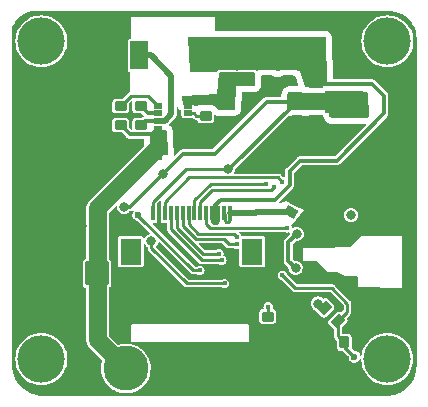
<source format=gbr>
%TF.GenerationSoftware,KiCad,Pcbnew,(6.0.1)*%
%TF.CreationDate,2022-12-05T15:25:32+08:00*%
%TF.ProjectId,IMU_base_V7.1,494d555f-6261-4736-955f-56372e312e6b,rev?*%
%TF.SameCoordinates,Original*%
%TF.FileFunction,Copper,L2,Bot*%
%TF.FilePolarity,Positive*%
%FSLAX46Y46*%
G04 Gerber Fmt 4.6, Leading zero omitted, Abs format (unit mm)*
G04 Created by KiCad (PCBNEW (6.0.1)) date 2022-12-05 15:25:32*
%MOMM*%
%LPD*%
G01*
G04 APERTURE LIST*
G04 Aperture macros list*
%AMRoundRect*
0 Rectangle with rounded corners*
0 $1 Rounding radius*
0 $2 $3 $4 $5 $6 $7 $8 $9 X,Y pos of 4 corners*
0 Add a 4 corners polygon primitive as box body*
4,1,4,$2,$3,$4,$5,$6,$7,$8,$9,$2,$3,0*
0 Add four circle primitives for the rounded corners*
1,1,$1+$1,$2,$3*
1,1,$1+$1,$4,$5*
1,1,$1+$1,$6,$7*
1,1,$1+$1,$8,$9*
0 Add four rect primitives between the rounded corners*
20,1,$1+$1,$2,$3,$4,$5,0*
20,1,$1+$1,$4,$5,$6,$7,0*
20,1,$1+$1,$6,$7,$8,$9,0*
20,1,$1+$1,$8,$9,$2,$3,0*%
G04 Aperture macros list end*
%TA.AperFunction,SMDPad,CuDef*%
%ADD10RoundRect,0.040000X0.460000X0.360000X-0.460000X0.360000X-0.460000X-0.360000X0.460000X-0.360000X0*%
%TD*%
%TA.AperFunction,SMDPad,CuDef*%
%ADD11R,1.500000X2.400000*%
%TD*%
%TA.AperFunction,SMDPad,CuDef*%
%ADD12RoundRect,0.040000X0.360000X-0.460000X0.360000X0.460000X-0.360000X0.460000X-0.360000X-0.460000X0*%
%TD*%
%TA.AperFunction,SMDPad,CuDef*%
%ADD13RoundRect,0.040000X-0.460000X-0.360000X0.460000X-0.360000X0.460000X0.360000X-0.460000X0.360000X0*%
%TD*%
%TA.AperFunction,SMDPad,CuDef*%
%ADD14RoundRect,0.040000X0.070711X0.579828X-0.579828X-0.070711X-0.070711X-0.579828X0.579828X0.070711X0*%
%TD*%
%TA.AperFunction,SMDPad,CuDef*%
%ADD15RoundRect,0.020000X-0.330000X-0.180000X0.330000X-0.180000X0.330000X0.180000X-0.330000X0.180000X0*%
%TD*%
%TA.AperFunction,SMDPad,CuDef*%
%ADD16RoundRect,0.040000X0.578372X0.081769X-0.218372X0.541769X-0.578372X-0.081769X0.218372X-0.541769X0*%
%TD*%
%TA.AperFunction,SMDPad,CuDef*%
%ADD17RoundRect,0.031000X0.569000X-0.279000X0.569000X0.279000X-0.569000X0.279000X-0.569000X-0.279000X0*%
%TD*%
%TA.AperFunction,SMDPad,CuDef*%
%ADD18RoundRect,0.031000X0.619000X-0.279000X0.619000X0.279000X-0.619000X0.279000X-0.619000X-0.279000X0*%
%TD*%
%TA.AperFunction,SMDPad,CuDef*%
%ADD19RoundRect,0.095000X1.530000X-0.855000X1.530000X0.855000X-1.530000X0.855000X-1.530000X-0.855000X0*%
%TD*%
%TA.AperFunction,SMDPad,CuDef*%
%ADD20RoundRect,0.055000X0.495000X-0.820000X0.495000X0.820000X-0.495000X0.820000X-0.495000X-0.820000X0*%
%TD*%
%TA.AperFunction,SMDPad,CuDef*%
%ADD21RoundRect,0.100000X0.900000X0.900000X-0.900000X0.900000X-0.900000X-0.900000X0.900000X-0.900000X0*%
%TD*%
%TA.AperFunction,SMDPad,CuDef*%
%ADD22RoundRect,0.055000X-0.495000X0.820000X-0.495000X-0.820000X0.495000X-0.820000X0.495000X0.820000X0*%
%TD*%
%TA.AperFunction,SMDPad,CuDef*%
%ADD23R,0.300000X1.300000*%
%TD*%
%TA.AperFunction,SMDPad,CuDef*%
%ADD24R,1.800000X2.200000*%
%TD*%
%TA.AperFunction,ComponentPad*%
%ADD25R,3.800000X3.800000*%
%TD*%
%TA.AperFunction,ComponentPad*%
%ADD26C,3.800000*%
%TD*%
%TA.AperFunction,ViaPad*%
%ADD27C,0.800000*%
%TD*%
%TA.AperFunction,ViaPad*%
%ADD28C,0.400000*%
%TD*%
%TA.AperFunction,ViaPad*%
%ADD29C,0.600000*%
%TD*%
%TA.AperFunction,ViaPad*%
%ADD30C,4.000000*%
%TD*%
%TA.AperFunction,Conductor*%
%ADD31C,0.350000*%
%TD*%
%TA.AperFunction,Conductor*%
%ADD32C,0.250000*%
%TD*%
%TA.AperFunction,Conductor*%
%ADD33C,0.500000*%
%TD*%
%TA.AperFunction,Conductor*%
%ADD34C,1.500000*%
%TD*%
G04 APERTURE END LIST*
D10*
%TO.P,R8,1*%
%TO.N,+5V*%
X168800000Y-74200000D03*
%TO.P,R8,2*%
%TO.N,Net-(C12-Pad1)*%
X168800000Y-75800000D03*
%TD*%
D11*
%TO.P,22uH,2,2*%
%TO.N,+5V*%
X166850000Y-73700000D03*
%TO.P,22uH,1,1*%
%TO.N,Net-(C11-Pad2)*%
X161350000Y-73700000D03*
%TD*%
D12*
%TO.P,C3,1*%
%TO.N,/RESET*%
X178750000Y-98000000D03*
%TO.P,C3,2*%
%TO.N,GND*%
X177150000Y-98000000D03*
%TD*%
D13*
%TO.P,C13,2*%
%TO.N,+5V*%
X172200000Y-74200000D03*
%TO.P,C13,1*%
%TO.N,GND*%
X172200000Y-75800000D03*
%TD*%
D14*
%TO.P,R1,1*%
%TO.N,+3V3*%
X177068630Y-95068630D03*
%TO.P,R1,2*%
%TO.N,/RESET*%
X178200000Y-96200000D03*
%TD*%
D13*
%TO.P,R5,1*%
%TO.N,+24V*%
X159800000Y-79600000D03*
%TO.P,R5,2*%
%TO.N,Net-(R5-Pad2)*%
X159800000Y-78000000D03*
%TD*%
D10*
%TO.P,R3,1*%
%TO.N,/BOOT0*%
X172250000Y-95800000D03*
%TO.P,R3,2*%
%TO.N,GND*%
X172250000Y-97400000D03*
%TD*%
D13*
%TO.P,C8,1*%
%TO.N,GND*%
X174000000Y-75800000D03*
%TO.P,C8,2*%
%TO.N,+5V*%
X174000000Y-74200000D03*
%TD*%
D15*
%TO.P,U3,1,FB*%
%TO.N,Net-(C12-Pad1)*%
X165500000Y-77950000D03*
%TO.P,U3,2,FS*%
%TO.N,Net-(R4-Pad2)*%
X165500000Y-78600000D03*
%TO.P,U3,3,GND*%
%TO.N,GND*%
X165500000Y-79250000D03*
%TO.P,U3,4,GND*%
X165500000Y-79900000D03*
%TO.P,U3,5,VIN*%
%TO.N,+24V*%
X163000000Y-79900000D03*
%TO.P,U3,6,SW*%
%TO.N,Net-(C11-Pad2)*%
X163000000Y-79250000D03*
%TO.P,U3,7,BST*%
%TO.N,Net-(C11-Pad1)*%
X163000000Y-78600000D03*
%TO.P,U3,8,EN*%
%TO.N,Net-(R5-Pad2)*%
X163000000Y-77950000D03*
%TD*%
D16*
%TO.P,R11,1*%
%TO.N,GND*%
X175000000Y-85600000D03*
%TO.P,R11,2*%
%TO.N,GNDPWR*%
X174200000Y-86985640D03*
%TD*%
D13*
%TO.P,R4,1*%
%TO.N,GND*%
X167000000Y-80400000D03*
%TO.P,R4,2*%
%TO.N,Net-(R4-Pad2)*%
X167000000Y-78800000D03*
%TD*%
D17*
%TO.P,U1,3,VIN*%
%TO.N,+5V*%
X176358700Y-76100000D03*
D18*
%TO.P,U1,2,VOUT*%
%TO.N,+3V3*%
X176408700Y-77600000D03*
D19*
X178733700Y-77600000D03*
D17*
%TO.P,U1,1,GND*%
%TO.N,GND*%
X176358700Y-79100000D03*
%TD*%
D20*
%TO.P,C7,1*%
%TO.N,+24V*%
X157850000Y-87500000D03*
%TO.P,C7,2*%
%TO.N,GND*%
X154650000Y-87500000D03*
%TD*%
D13*
%TO.P,C9,2*%
%TO.N,+3V3*%
X174700000Y-77600000D03*
%TO.P,C9,1*%
%TO.N,GND*%
X174700000Y-79200000D03*
%TD*%
%TO.P,R9,1*%
%TO.N,GND*%
X168800000Y-79400000D03*
%TO.P,R9,2*%
%TO.N,Net-(C12-Pad1)*%
X168800000Y-77800000D03*
%TD*%
D10*
%TO.P,C11,1*%
%TO.N,Net-(C11-Pad1)*%
X161500000Y-78000000D03*
%TO.P,C11,2*%
%TO.N,Net-(C11-Pad2)*%
X161500000Y-79600000D03*
%TD*%
D13*
%TO.P,C12,2*%
%TO.N,+5V*%
X170500000Y-74200000D03*
%TO.P,C12,1*%
%TO.N,Net-(C12-Pad1)*%
X170500000Y-75800000D03*
%TD*%
D21*
%TO.P,D1,1,Cathode*%
%TO.N,+24V*%
X157800000Y-92150000D03*
%TO.P,D1,2,Anode*%
%TO.N,GND*%
X152550000Y-92150000D03*
%TD*%
D22*
%TO.P,C10,1*%
%TO.N,GND*%
X159600000Y-81700000D03*
%TO.P,C10,2*%
%TO.N,+24V*%
X162800000Y-81700000D03*
%TD*%
D23*
%TO.P,J5,1*%
%TO.N,GNDPWR*%
X169050000Y-87050000D03*
%TO.P,J5,2*%
X168550000Y-87050000D03*
%TO.P,J5,3*%
%TO.N,+5V*%
X168050000Y-87050000D03*
%TO.P,J5,4*%
X167550000Y-87050000D03*
%TO.P,J5,5*%
%TO.N,/TIM10_CH1*%
X167050000Y-87050000D03*
%TO.P,J5,6*%
%TO.N,/SPI1_MISO*%
X166550000Y-87050000D03*
%TO.P,J5,7*%
%TO.N,/SPI1_MOSI*%
X166050000Y-87050000D03*
%TO.P,J5,8*%
%TO.N,/INT1_Gyro*%
X165550000Y-87050000D03*
%TO.P,J5,9*%
%TO.N,/INT1_Acce1*%
X165050000Y-87050000D03*
%TO.P,J5,10*%
%TO.N,/CS1_Gyro*%
X164550000Y-87050000D03*
%TO.P,J5,11*%
%TO.N,/CS1_Acce1*%
X164050000Y-87050000D03*
%TO.P,J5,12*%
%TO.N,/SPI1_CLK*%
X163550000Y-87050000D03*
%TO.P,J5,13*%
%TO.N,GND*%
X163050000Y-87050000D03*
%TO.P,J5,14*%
%TO.N,+3V3*%
X162550000Y-87050000D03*
D24*
%TO.P,J5,MP*%
%TO.N,N/C*%
X170950000Y-90300000D03*
X160650000Y-90300000D03*
%TD*%
D25*
%TO.P,VCC,1*%
%TO.N,GND*%
X165250000Y-100200000D03*
D26*
%TO.P,VCC,2*%
%TO.N,+24V*%
X160250000Y-100200000D03*
%TD*%
D27*
%TO.N,GND*%
X159500000Y-97000000D03*
X159850000Y-93250000D03*
X155950000Y-92400000D03*
X172600000Y-98600000D03*
X171700000Y-98600000D03*
X171400000Y-93000000D03*
X170400000Y-93000000D03*
X171400000Y-92200000D03*
X170400000Y-92200000D03*
X172000000Y-76600000D03*
X173400000Y-80300000D03*
X173400000Y-81400000D03*
X174400000Y-81400000D03*
X183000000Y-78200000D03*
X183000000Y-77200000D03*
X174800000Y-71200000D03*
X173200000Y-71100000D03*
X171800000Y-71200000D03*
X170200000Y-71200000D03*
X168900000Y-71200000D03*
X160400000Y-81400000D03*
X158000000Y-84100000D03*
X156400000Y-86600000D03*
X156500000Y-88100000D03*
X156300000Y-97500000D03*
X173100000Y-76600000D03*
X174400000Y-80200000D03*
X175800000Y-96000000D03*
%TO.N,+3V3*%
X160100000Y-86500000D03*
X163400000Y-83700000D03*
%TO.N,/SWCLK*%
X162413189Y-89386811D03*
D28*
%TO.N,/SPI1_MISO*%
X172824500Y-84800000D03*
%TO.N,/SWDIO*%
X166500000Y-91900000D03*
D27*
%TO.N,+3V3*%
X174700000Y-88800000D03*
D28*
%TO.N,GND*%
X177100000Y-92300000D03*
%TO.N,/RESET*%
X173500000Y-92300000D03*
%TO.N,GND*%
X177300000Y-89700000D03*
%TO.N,/INT1_Gyro*%
X169666451Y-89088234D03*
%TO.N,/BOOT0*%
X172300000Y-95000000D03*
%TO.N,/INT1_Acce1*%
X169650498Y-89700000D03*
%TO.N,/SPI1_CLK*%
X173500000Y-84400000D03*
%TO.N,/SWCLK*%
X168600000Y-93000000D03*
%TO.N,GND*%
X178000000Y-92500000D03*
D27*
X177500000Y-86100000D03*
X177800000Y-85200000D03*
X175200000Y-84300000D03*
D29*
%TO.N,/SWDIO*%
X161300000Y-87200000D03*
D28*
%TO.N,/SPI1_MOSI*%
X172100000Y-84600000D03*
%TO.N,/CS1_Gyro*%
X168108883Y-90502292D03*
%TO.N,/TIM10_CH1*%
X173900000Y-88300000D03*
%TO.N,/CS1_Acce1*%
X168368546Y-91042643D03*
D27*
%TO.N,+3V3*%
X168900000Y-83300000D03*
%TO.N,GND*%
X176400000Y-96900000D03*
%TO.N,+3V3*%
X174614068Y-91708441D03*
%TO.N,GND*%
X164700000Y-93800000D03*
%TO.N,+3V3*%
X176500000Y-94700000D03*
%TO.N,GND*%
X153500000Y-80100000D03*
X153400000Y-83600000D03*
X157000000Y-80300000D03*
X153400000Y-81900000D03*
X157000000Y-79400000D03*
X168000000Y-98900000D03*
X167900000Y-101900000D03*
X184100000Y-91100000D03*
X168000000Y-100000000D03*
X184100000Y-89300000D03*
D28*
X179100000Y-89600000D03*
D27*
X182800000Y-88600000D03*
X180600000Y-93800000D03*
D29*
%TO.N,/RESET*%
X179600000Y-99200000D03*
D27*
%TO.N,+3V3*%
X179300000Y-87200000D03*
%TO.N,GND*%
X184100000Y-92900000D03*
X182300000Y-93800000D03*
D30*
%TO.N,*%
X182381600Y-99402603D03*
D28*
%TO.N,GND*%
X181800000Y-88800000D03*
D30*
%TO.N,*%
X153091600Y-99402603D03*
D27*
%TO.N,GND*%
X168000000Y-100900000D03*
D28*
X180500000Y-88800000D03*
D30*
%TO.N,*%
X153091600Y-72502603D03*
D28*
%TO.N,GND*%
X179500000Y-92600000D03*
D30*
%TO.N,*%
X182391600Y-72502603D03*
%TD*%
D31*
%TO.N,+5V*%
X176358700Y-76100000D02*
X181100000Y-76100000D01*
X181100000Y-76100000D02*
X182100000Y-77100000D01*
X174100000Y-83500000D02*
X174100000Y-84700000D01*
X182100000Y-77100000D02*
X182100000Y-78600000D01*
X175000000Y-82600000D02*
X174100000Y-83500000D01*
X182100000Y-78600000D02*
X178100000Y-82600000D01*
X178100000Y-82600000D02*
X175000000Y-82600000D01*
X174100000Y-84700000D02*
X172900000Y-85900000D01*
X172900000Y-85900000D02*
X168300000Y-85900000D01*
X168300000Y-85900000D02*
X167800000Y-86400000D01*
D32*
%TO.N,/BOOT0*%
X172300000Y-95750000D02*
X172250000Y-95800000D01*
X172300000Y-95000000D02*
X172300000Y-95750000D01*
%TO.N,/RESET*%
X178750000Y-98350000D02*
X179600000Y-99200000D01*
X178750000Y-98000000D02*
X178750000Y-98350000D01*
X178200000Y-96200000D02*
X178200000Y-97450000D01*
X178200000Y-97450000D02*
X178750000Y-98000000D01*
X179000000Y-95400000D02*
X178200000Y-96200000D01*
X179000000Y-94700000D02*
X179000000Y-95400000D01*
X177700000Y-93400000D02*
X179000000Y-94700000D01*
X174600000Y-93400000D02*
X177700000Y-93400000D01*
X173500000Y-92300000D02*
X174600000Y-93400000D01*
D31*
%TO.N,+3V3*%
X174000000Y-91094373D02*
X174614068Y-91708441D01*
X174000000Y-89500000D02*
X174000000Y-91094373D01*
X174700000Y-88800000D02*
X174000000Y-89500000D01*
X160600000Y-86500000D02*
X160100000Y-86500000D01*
X163400000Y-83700000D02*
X160600000Y-86500000D01*
X165100000Y-82000000D02*
X163400000Y-83700000D01*
X167769022Y-82000000D02*
X165100000Y-82000000D01*
X174700000Y-77600000D02*
X172169022Y-77600000D01*
X172169022Y-77600000D02*
X167769022Y-82000000D01*
D32*
X162550000Y-86100978D02*
X165350978Y-83300000D01*
X165350978Y-83300000D02*
X168900000Y-83300000D01*
X162550000Y-87050000D02*
X162550000Y-86100978D01*
D31*
X169000000Y-83300000D02*
X168900000Y-83300000D01*
X174700000Y-77600000D02*
X169000000Y-83300000D01*
D33*
%TO.N,GNDPWR*%
X171221280Y-87050000D02*
X169050000Y-87050000D01*
X171285640Y-86985640D02*
X171221280Y-87050000D01*
X174200000Y-86985640D02*
X171285640Y-86985640D01*
D32*
X168900000Y-87800000D02*
X169050000Y-87650000D01*
X169050000Y-87650000D02*
X169050000Y-87050000D01*
X168700000Y-87800000D02*
X168900000Y-87800000D01*
X168600000Y-87700000D02*
X168700000Y-87800000D01*
X168600000Y-87100000D02*
X168600000Y-87700000D01*
X168550000Y-87050000D02*
X168600000Y-87100000D01*
%TO.N,+5V*%
X167800000Y-86400000D02*
X167800000Y-87700000D01*
X168050000Y-87700480D02*
X168050000Y-87050000D01*
X167900000Y-87850480D02*
X168050000Y-87700480D01*
X167524511Y-87075489D02*
X167524511Y-87724511D01*
X167650480Y-87850480D02*
X167900000Y-87850480D01*
X167550000Y-87050000D02*
X167524511Y-87075489D01*
X167524511Y-87724511D02*
X167650480Y-87850480D01*
%TO.N,/SWCLK*%
X162413189Y-90013189D02*
X165400000Y-93000000D01*
X162413189Y-89386811D02*
X162413189Y-90013189D01*
X165400000Y-93000000D02*
X168600000Y-93000000D01*
%TO.N,/SWDIO*%
X165950978Y-91900000D02*
X161300000Y-87249022D01*
X166500000Y-91900000D02*
X165950978Y-91900000D01*
%TO.N,/SPI1_CLK*%
X173124511Y-84024511D02*
X173500000Y-84400000D01*
X165626467Y-84024511D02*
X173124511Y-84024511D01*
X163550000Y-86100978D02*
X165626467Y-84024511D01*
X163550000Y-87050000D02*
X163550000Y-86100978D01*
%TO.N,/CS1_Acce1*%
X164050000Y-88406176D02*
X164050000Y-87050000D01*
X166686467Y-91042643D02*
X164050000Y-88406176D01*
X168368546Y-91042643D02*
X166686467Y-91042643D01*
%TO.N,/CS1_Gyro*%
X166781834Y-90502292D02*
X164550000Y-88270458D01*
X168108883Y-90502292D02*
X166781834Y-90502292D01*
X164550000Y-88270458D02*
X164550000Y-87050000D01*
%TO.N,/INT1_Acce1*%
X168523361Y-89248206D02*
X166163466Y-89248206D01*
X166163466Y-89248206D02*
X165050000Y-88134740D01*
X165050000Y-88134740D02*
X165050000Y-87050000D01*
X168975155Y-89700000D02*
X168523361Y-89248206D01*
X169650498Y-89700000D02*
X168975155Y-89700000D01*
%TO.N,/INT1_Gyro*%
X165550000Y-87999022D02*
X165550000Y-87050000D01*
X169376903Y-88798686D02*
X166349664Y-88798686D01*
X169666451Y-89088234D02*
X169376903Y-88798686D01*
X166349664Y-88798686D02*
X165550000Y-87999022D01*
%TO.N,/SPI1_MOSI*%
X167415260Y-84600000D02*
X166050000Y-85965260D01*
X172100000Y-84600000D02*
X167415260Y-84600000D01*
X166050000Y-85965260D02*
X166050000Y-87050000D01*
%TO.N,/SPI1_MISO*%
X172499989Y-85124511D02*
X172824500Y-84800000D01*
X167526467Y-85124511D02*
X172499989Y-85124511D01*
X166550000Y-86100978D02*
X167526467Y-85124511D01*
X166550000Y-87050000D02*
X166550000Y-86100978D01*
%TO.N,/TIM10_CH1*%
X167050000Y-87999022D02*
X167050000Y-87050000D01*
X167350978Y-88300000D02*
X167050000Y-87999022D01*
X173900000Y-88300000D02*
X167350978Y-88300000D01*
D34*
%TO.N,+24V*%
X157850000Y-97800000D02*
X160250000Y-100200000D01*
X157850000Y-91300000D02*
X157850000Y-97800000D01*
X157850000Y-87500000D02*
X157850000Y-91300000D01*
X157850000Y-86650000D02*
X157850000Y-87500000D01*
X162800000Y-81700000D02*
X157850000Y-86650000D01*
D32*
%TO.N,Net-(R4-Pad2)*%
X166000000Y-78600000D02*
X166200000Y-78800000D01*
X166200000Y-78800000D02*
X167000000Y-78800000D01*
X165500000Y-78600000D02*
X166000000Y-78600000D01*
D33*
%TO.N,Net-(C11-Pad2)*%
X163524001Y-79250000D02*
X163000000Y-79250000D01*
X164100000Y-78674001D02*
X163524001Y-79250000D01*
X162400000Y-73700000D02*
X164100000Y-75400000D01*
X164100000Y-75400000D02*
X164100000Y-78674001D01*
X161350000Y-73700000D02*
X162400000Y-73700000D01*
D31*
X161850000Y-79250000D02*
X163000000Y-79250000D01*
%TO.N,+24V*%
X163000000Y-79900000D02*
X162525480Y-80374520D01*
%TO.N,Net-(C11-Pad2)*%
X161500000Y-79600000D02*
X161850000Y-79250000D01*
%TO.N,+24V*%
X160574520Y-80374520D02*
X159800000Y-79600000D01*
%TO.N,Net-(C11-Pad1)*%
X162100000Y-78600000D02*
X161500000Y-78000000D01*
X163000000Y-78600000D02*
X162100000Y-78600000D01*
%TO.N,+24V*%
X162525480Y-80374520D02*
X160574520Y-80374520D01*
D32*
%TO.N,Net-(R5-Pad2)*%
X160700000Y-77100000D02*
X159800000Y-78000000D01*
X163000000Y-77950000D02*
X162150000Y-77100000D01*
X162150000Y-77100000D02*
X160700000Y-77100000D01*
%TD*%
%TA.AperFunction,Conductor*%
%TO.N,+24V*%
G36*
X162733472Y-79965597D02*
G01*
X162733808Y-79965769D01*
X162740916Y-79967508D01*
X162740918Y-79967509D01*
X162794662Y-79980660D01*
X162905610Y-80007808D01*
X162911212Y-80008156D01*
X162911215Y-80008156D01*
X162914825Y-80008380D01*
X162914835Y-80008380D01*
X162916764Y-80008500D01*
X163456931Y-80008500D01*
X163475881Y-80009933D01*
X163490116Y-80012099D01*
X163490120Y-80012099D01*
X163497350Y-80013199D01*
X163504642Y-80012606D01*
X163504645Y-80012606D01*
X163550019Y-80008915D01*
X163560234Y-80008500D01*
X163568294Y-80008500D01*
X163583617Y-80006714D01*
X163653594Y-80018690D01*
X163705988Y-80066599D01*
X163724116Y-80127022D01*
X163795292Y-81977585D01*
X163777923Y-82046425D01*
X163726094Y-82094945D01*
X163677766Y-82108149D01*
X163429089Y-82124727D01*
X162434381Y-82191041D01*
X162365081Y-82175614D01*
X162315122Y-82125170D01*
X162300000Y-82065320D01*
X162300000Y-80453129D01*
X162320002Y-80385008D01*
X162339616Y-80363802D01*
X162338578Y-80362764D01*
X162344656Y-80356686D01*
X162351495Y-80351495D01*
X162356686Y-80344656D01*
X162356689Y-80344653D01*
X162437162Y-80238632D01*
X162442354Y-80231792D01*
X162497675Y-80092066D01*
X162500448Y-80069155D01*
X162528487Y-80003934D01*
X162587339Y-79964224D01*
X162628939Y-79959042D01*
X162628939Y-79958500D01*
X162694023Y-79958500D01*
X162733472Y-79965597D01*
G37*
%TD.AperFunction*%
%TD*%
%TA.AperFunction,Conductor*%
%TO.N,+5V*%
G36*
X168777476Y-72102754D02*
G01*
X168798047Y-72107127D01*
X168798060Y-72107128D01*
X168804513Y-72108500D01*
X168995487Y-72108500D01*
X169001940Y-72107128D01*
X169001953Y-72107127D01*
X169022524Y-72102754D01*
X169048721Y-72100000D01*
X170051279Y-72100000D01*
X170077476Y-72102754D01*
X170098047Y-72107127D01*
X170098060Y-72107128D01*
X170104513Y-72108500D01*
X170295487Y-72108500D01*
X170301940Y-72107128D01*
X170301953Y-72107127D01*
X170322524Y-72102754D01*
X170348721Y-72100000D01*
X171651279Y-72100000D01*
X171677476Y-72102754D01*
X171698047Y-72107127D01*
X171698060Y-72107128D01*
X171704513Y-72108500D01*
X171895487Y-72108500D01*
X171901940Y-72107128D01*
X171901953Y-72107127D01*
X171922524Y-72102754D01*
X171948721Y-72100000D01*
X174651279Y-72100000D01*
X174677476Y-72102754D01*
X174698047Y-72107127D01*
X174698060Y-72107128D01*
X174704513Y-72108500D01*
X174895487Y-72108500D01*
X174901940Y-72107128D01*
X174901953Y-72107127D01*
X174922524Y-72102754D01*
X174948721Y-72100000D01*
X177077035Y-72100000D01*
X177145156Y-72120002D01*
X177191649Y-72173658D01*
X177202998Y-72222928D01*
X177295425Y-76012429D01*
X177277089Y-76081017D01*
X177224583Y-76128804D01*
X177172358Y-76140834D01*
X177172384Y-76141231D01*
X177169938Y-76141391D01*
X177169462Y-76141501D01*
X177164142Y-76141501D01*
X177160058Y-76142039D01*
X177160052Y-76142039D01*
X177054342Y-76155955D01*
X177054340Y-76155955D01*
X177046155Y-76157033D01*
X176899346Y-76217843D01*
X176773278Y-76314578D01*
X176745558Y-76350704D01*
X176688222Y-76392571D01*
X176645596Y-76400000D01*
X175495042Y-76400000D01*
X175426921Y-76379998D01*
X175380428Y-76326342D01*
X175373890Y-76308615D01*
X175000000Y-75000000D01*
X174988179Y-75000127D01*
X174833715Y-75001788D01*
X174765383Y-74982519D01*
X174756181Y-74976158D01*
X174738633Y-74962838D01*
X174738630Y-74962836D01*
X174731792Y-74957646D01*
X174650009Y-74925266D01*
X174599596Y-74905306D01*
X174599594Y-74905305D01*
X174592066Y-74902325D01*
X174502614Y-74891500D01*
X173497386Y-74891500D01*
X173407934Y-74902325D01*
X173400406Y-74905305D01*
X173400404Y-74905306D01*
X173349991Y-74925266D01*
X173268208Y-74957646D01*
X173219897Y-74994316D01*
X173153544Y-75019569D01*
X173145089Y-75019945D01*
X173058856Y-75020873D01*
X172990526Y-75001604D01*
X172981340Y-74995255D01*
X172931792Y-74957646D01*
X172850009Y-74925266D01*
X172799596Y-74905306D01*
X172799594Y-74905305D01*
X172792066Y-74902325D01*
X172702614Y-74891500D01*
X171697386Y-74891500D01*
X171607934Y-74902325D01*
X171600406Y-74905305D01*
X171600404Y-74905306D01*
X171549991Y-74925266D01*
X171468208Y-74957646D01*
X171437299Y-74981107D01*
X171426180Y-74989547D01*
X171359827Y-75014801D01*
X171290353Y-75000173D01*
X171273820Y-74989547D01*
X171262701Y-74981107D01*
X171231792Y-74957646D01*
X171150009Y-74925266D01*
X171099596Y-74905306D01*
X171099594Y-74905305D01*
X171092066Y-74902325D01*
X171002614Y-74891500D01*
X169997386Y-74891500D01*
X169907934Y-74902325D01*
X169900406Y-74905305D01*
X169900404Y-74905306D01*
X169849991Y-74925266D01*
X169768208Y-74957646D01*
X169745241Y-74975079D01*
X169726178Y-74989548D01*
X169659825Y-75014800D01*
X169590352Y-75000171D01*
X169573822Y-74989548D01*
X169554759Y-74975079D01*
X169531792Y-74957646D01*
X169450009Y-74925266D01*
X169399596Y-74905306D01*
X169399594Y-74905305D01*
X169392066Y-74902325D01*
X169302614Y-74891500D01*
X168297386Y-74891500D01*
X168207934Y-74902325D01*
X168200406Y-74905305D01*
X168200404Y-74905306D01*
X168149991Y-74925266D01*
X168068208Y-74957646D01*
X167948505Y-75048505D01*
X167946857Y-75046333D01*
X167896590Y-75073782D01*
X167871162Y-75076654D01*
X166876247Y-75087352D01*
X165819149Y-75098719D01*
X165750818Y-75079450D01*
X165703751Y-75026298D01*
X165692074Y-74981107D01*
X165508959Y-72234381D01*
X165524386Y-72165081D01*
X165574830Y-72115122D01*
X165634680Y-72100000D01*
X168751279Y-72100000D01*
X168777476Y-72102754D01*
G37*
%TD.AperFunction*%
%TD*%
%TA.AperFunction,Conductor*%
%TO.N,+3V3*%
G36*
X180661624Y-76803502D02*
G01*
X180708117Y-76857158D01*
X180719410Y-76904656D01*
X180793374Y-78827704D01*
X180794968Y-78869157D01*
X180777599Y-78937997D01*
X180725770Y-78986517D01*
X180669061Y-79000000D01*
X177738149Y-79000000D01*
X177668257Y-78978838D01*
X177523200Y-78882133D01*
X177477615Y-78827704D01*
X177467321Y-78784881D01*
X177467200Y-78782876D01*
X177467200Y-78779086D01*
X177456553Y-78691101D01*
X177402139Y-78553668D01*
X177312771Y-78435929D01*
X177195032Y-78346561D01*
X177057599Y-78292147D01*
X177049562Y-78291174D01*
X177049560Y-78291174D01*
X177017163Y-78287254D01*
X176969614Y-78281500D01*
X175747786Y-78281500D01*
X175700237Y-78287254D01*
X175667840Y-78291174D01*
X175667838Y-78291174D01*
X175659801Y-78292147D01*
X175624560Y-78306100D01*
X175525015Y-78345513D01*
X175474289Y-78354286D01*
X175445087Y-78353279D01*
X175440220Y-78353111D01*
X175398180Y-78344338D01*
X175299596Y-78305306D01*
X175299594Y-78305305D01*
X175292066Y-78302325D01*
X175202614Y-78291500D01*
X174197386Y-78291500D01*
X174139329Y-78298526D01*
X174115973Y-78301352D01*
X174115972Y-78301352D01*
X174107934Y-78302325D01*
X174106419Y-78302925D01*
X174076892Y-78306100D01*
X174030863Y-78304513D01*
X174021657Y-78304195D01*
X173954266Y-78281857D01*
X173909650Y-78226630D01*
X173900000Y-78178270D01*
X173900000Y-77065120D01*
X173916881Y-77002120D01*
X173931223Y-76977279D01*
X173931224Y-76977278D01*
X173934527Y-76971556D01*
X173961981Y-76887063D01*
X174002053Y-76828458D01*
X174067450Y-76800821D01*
X174081813Y-76800000D01*
X174979553Y-76800000D01*
X175019398Y-76806466D01*
X175300000Y-76900000D01*
X175617334Y-76900000D01*
X175648345Y-76903876D01*
X175652280Y-76904875D01*
X175659801Y-76907853D01*
X175747786Y-76918500D01*
X176969614Y-76918500D01*
X177017163Y-76912746D01*
X177049560Y-76908826D01*
X177049562Y-76908826D01*
X177057599Y-76907853D01*
X177195032Y-76853439D01*
X177253398Y-76809137D01*
X177319751Y-76783884D01*
X177329577Y-76783500D01*
X180593503Y-76783500D01*
X180661624Y-76803502D01*
G37*
%TD.AperFunction*%
%TD*%
%TA.AperFunction,Conductor*%
%TO.N,Net-(C12-Pad1)*%
G36*
X168234691Y-75100913D02*
G01*
X168297386Y-75108500D01*
X169302614Y-75108500D01*
X169365309Y-75100913D01*
X169380446Y-75100000D01*
X169919554Y-75100000D01*
X169934691Y-75100913D01*
X169997386Y-75108500D01*
X171002614Y-75108500D01*
X171058863Y-75101693D01*
X171128893Y-75113366D01*
X171181495Y-75161047D01*
X171200000Y-75226780D01*
X171200000Y-75319554D01*
X171199087Y-75334691D01*
X171191500Y-75397386D01*
X171191500Y-76149603D01*
X171174620Y-76212602D01*
X171165473Y-76228444D01*
X171165473Y-76228445D01*
X171165112Y-76228236D01*
X171121676Y-76279342D01*
X171052545Y-76300000D01*
X169600000Y-76300000D01*
X169599403Y-76311940D01*
X169505985Y-78180292D01*
X169482606Y-78247329D01*
X169426695Y-78291084D01*
X169380142Y-78300000D01*
X168501868Y-78300000D01*
X168498164Y-78299946D01*
X168071490Y-78287397D01*
X168003988Y-78265400D01*
X167958043Y-78207835D01*
X167947138Y-78180292D01*
X167942354Y-78168208D01*
X167851495Y-78048505D01*
X167731792Y-77957646D01*
X167650009Y-77925266D01*
X167599596Y-77905306D01*
X167599594Y-77905305D01*
X167592066Y-77902325D01*
X167502614Y-77891500D01*
X166497386Y-77891500D01*
X166407934Y-77902325D01*
X166400406Y-77905305D01*
X166400404Y-77905306D01*
X166349991Y-77925266D01*
X166268208Y-77957646D01*
X166261368Y-77962838D01*
X166253882Y-77967056D01*
X166252843Y-77965212D01*
X166197311Y-77986345D01*
X166167774Y-77985176D01*
X166152972Y-77982831D01*
X166107007Y-77963225D01*
X166106207Y-77964645D01*
X166098730Y-77960432D01*
X166091882Y-77955234D01*
X166033730Y-77932210D01*
X165964780Y-77904911D01*
X165964778Y-77904910D01*
X165957250Y-77901930D01*
X165871061Y-77891500D01*
X165825612Y-77891500D01*
X165187020Y-77891501D01*
X165118899Y-77871499D01*
X165072406Y-77817843D01*
X165061537Y-77776908D01*
X165012081Y-77232891D01*
X165025834Y-77163240D01*
X165075060Y-77112080D01*
X165133364Y-77095555D01*
X168000000Y-77000000D01*
X168093717Y-75219378D01*
X168117272Y-75152402D01*
X168173297Y-75108794D01*
X168219543Y-75100000D01*
X168219554Y-75100000D01*
X168234691Y-75100913D01*
G37*
%TD.AperFunction*%
%TD*%
%TA.AperFunction,Conductor*%
%TO.N,GND*%
G36*
X182572240Y-69955530D02*
G01*
X182573050Y-69955747D01*
X182573051Y-69955747D01*
X182581000Y-69957877D01*
X182588949Y-69955747D01*
X182595757Y-69955747D01*
X182604777Y-69954835D01*
X182788817Y-69965967D01*
X182852776Y-69969836D01*
X182860268Y-69970746D01*
X182927512Y-69983069D01*
X183124360Y-70019143D01*
X183131679Y-70020947D01*
X183388022Y-70100827D01*
X183395065Y-70103498D01*
X183624613Y-70206808D01*
X183639913Y-70213694D01*
X183646596Y-70217202D01*
X183876360Y-70356100D01*
X183882571Y-70360387D01*
X184093925Y-70525971D01*
X184099574Y-70530976D01*
X184289421Y-70720823D01*
X184294426Y-70726472D01*
X184460010Y-70937826D01*
X184464297Y-70944037D01*
X184595969Y-71161847D01*
X184603195Y-71173801D01*
X184606703Y-71180484D01*
X184705496Y-71399992D01*
X184716897Y-71425325D01*
X184719570Y-71432375D01*
X184781957Y-71632579D01*
X184799449Y-71688713D01*
X184801254Y-71696037D01*
X184830537Y-71855826D01*
X184849651Y-71960129D01*
X184850561Y-71967621D01*
X184865160Y-72208966D01*
X184865562Y-72215618D01*
X184864650Y-72224640D01*
X184864650Y-72231448D01*
X184862520Y-72239397D01*
X184864872Y-72248173D01*
X184867000Y-72264344D01*
X184867000Y-99925853D01*
X184864872Y-99942024D01*
X184862520Y-99950800D01*
X184864650Y-99958748D01*
X184864650Y-99964819D01*
X184865662Y-99974625D01*
X184851066Y-100234532D01*
X184850282Y-100241490D01*
X184849430Y-100246505D01*
X184803267Y-100518198D01*
X184801707Y-100525031D01*
X184799867Y-100531419D01*
X184729454Y-100775830D01*
X184724010Y-100794725D01*
X184721697Y-100801336D01*
X184655813Y-100960394D01*
X184614290Y-101060638D01*
X184611249Y-101066952D01*
X184475480Y-101312608D01*
X184471759Y-101318531D01*
X184309335Y-101547446D01*
X184304980Y-101552908D01*
X184157420Y-101718027D01*
X184117950Y-101762194D01*
X184112997Y-101767147D01*
X183911118Y-101947558D01*
X183903711Y-101954177D01*
X183898246Y-101958535D01*
X183669331Y-102120959D01*
X183663408Y-102124680D01*
X183417752Y-102260449D01*
X183411439Y-102263490D01*
X183152136Y-102370897D01*
X183145529Y-102373209D01*
X183039135Y-102403860D01*
X182875831Y-102450907D01*
X182868998Y-102452467D01*
X182734225Y-102475366D01*
X182592290Y-102499482D01*
X182585338Y-102500265D01*
X182445264Y-102508132D01*
X182325425Y-102514862D01*
X182315619Y-102513850D01*
X182309548Y-102513850D01*
X182301600Y-102511720D01*
X182292824Y-102514072D01*
X182276653Y-102516200D01*
X167273997Y-102516198D01*
X153318011Y-102516197D01*
X153302935Y-102514352D01*
X153302910Y-102514346D01*
X153292410Y-102511736D01*
X153284502Y-102514010D01*
X153278427Y-102514120D01*
X153268649Y-102515309D01*
X152997082Y-102505007D01*
X152990104Y-102504349D01*
X152701281Y-102460662D01*
X152694420Y-102459227D01*
X152412300Y-102383476D01*
X152405644Y-102381282D01*
X152133779Y-102274420D01*
X152127410Y-102271494D01*
X151869223Y-102134867D01*
X151863222Y-102131247D01*
X151753531Y-102056377D01*
X151621949Y-101966566D01*
X151616400Y-101962304D01*
X151395077Y-101771640D01*
X151390039Y-101766782D01*
X151338739Y-101711436D01*
X151191458Y-101552540D01*
X151186999Y-101547153D01*
X151013649Y-101312018D01*
X151009815Y-101306154D01*
X150921647Y-101153258D01*
X150863892Y-101053103D01*
X150860737Y-101046846D01*
X150744063Y-100779048D01*
X150741628Y-100772475D01*
X150655671Y-100493293D01*
X150653988Y-100486490D01*
X150599831Y-100199452D01*
X150598919Y-100192502D01*
X150582705Y-99974625D01*
X150578750Y-99921481D01*
X150579583Y-99911671D01*
X150579473Y-99905597D01*
X150581458Y-99897610D01*
X150579185Y-99889704D01*
X150579166Y-99888669D01*
X150577000Y-99873297D01*
X150577000Y-99402603D01*
X150886378Y-99402603D01*
X150886512Y-99404647D01*
X150903592Y-99665230D01*
X150905244Y-99690442D01*
X150961519Y-99973356D01*
X150962174Y-99975287D01*
X150962175Y-99975289D01*
X151053422Y-100244092D01*
X151054241Y-100246505D01*
X151181822Y-100505214D01*
X151182950Y-100506903D01*
X151182954Y-100506909D01*
X151340598Y-100742839D01*
X151342080Y-100745057D01*
X151532273Y-100961930D01*
X151749146Y-101152123D01*
X151750840Y-101153255D01*
X151750844Y-101153258D01*
X151987294Y-101311249D01*
X151987300Y-101311253D01*
X151988989Y-101312381D01*
X152247698Y-101439962D01*
X152249629Y-101440617D01*
X152249635Y-101440620D01*
X152518914Y-101532028D01*
X152520847Y-101532684D01*
X152803761Y-101588959D01*
X152805795Y-101589092D01*
X152805800Y-101589093D01*
X153089556Y-101607691D01*
X153091600Y-101607825D01*
X153093644Y-101607691D01*
X153377400Y-101589093D01*
X153377405Y-101589092D01*
X153379439Y-101588959D01*
X153662353Y-101532684D01*
X153664286Y-101532028D01*
X153933565Y-101440620D01*
X153933571Y-101440617D01*
X153935502Y-101439962D01*
X154194211Y-101312381D01*
X154195900Y-101311253D01*
X154195906Y-101311249D01*
X154432356Y-101153258D01*
X154432360Y-101153255D01*
X154434054Y-101152123D01*
X154650927Y-100961930D01*
X154841120Y-100745057D01*
X154842602Y-100742839D01*
X155000246Y-100506909D01*
X155000250Y-100506903D01*
X155001378Y-100505214D01*
X155128959Y-100246505D01*
X155129779Y-100244092D01*
X155221025Y-99975289D01*
X155221026Y-99975287D01*
X155221681Y-99973356D01*
X155277956Y-99690442D01*
X155279609Y-99665230D01*
X155296688Y-99404647D01*
X155296822Y-99402603D01*
X155292166Y-99331563D01*
X155278090Y-99116803D01*
X155278089Y-99116798D01*
X155277956Y-99114764D01*
X155221681Y-98831850D01*
X155218450Y-98822332D01*
X155129617Y-98560638D01*
X155129614Y-98560632D01*
X155128959Y-98558701D01*
X155001378Y-98299992D01*
X155000250Y-98298303D01*
X155000246Y-98298297D01*
X154842255Y-98061847D01*
X154842252Y-98061843D01*
X154841120Y-98060149D01*
X154650927Y-97843276D01*
X154434054Y-97653083D01*
X154432360Y-97651951D01*
X154432356Y-97651948D01*
X154195906Y-97493957D01*
X154195900Y-97493953D01*
X154194211Y-97492825D01*
X153935502Y-97365244D01*
X153933571Y-97364589D01*
X153933565Y-97364586D01*
X153664286Y-97273178D01*
X153664284Y-97273177D01*
X153662353Y-97272522D01*
X153379439Y-97216247D01*
X153377405Y-97216114D01*
X153377400Y-97216113D01*
X153093644Y-97197515D01*
X153091600Y-97197381D01*
X153089556Y-97197515D01*
X152805800Y-97216113D01*
X152805795Y-97216114D01*
X152803761Y-97216247D01*
X152520847Y-97272522D01*
X152518916Y-97273177D01*
X152518914Y-97273178D01*
X152249635Y-97364586D01*
X152249629Y-97364589D01*
X152247698Y-97365244D01*
X151988989Y-97492825D01*
X151987300Y-97493953D01*
X151987294Y-97493957D01*
X151750844Y-97651948D01*
X151750840Y-97651951D01*
X151749146Y-97653083D01*
X151532273Y-97843276D01*
X151342080Y-98060149D01*
X151340948Y-98061843D01*
X151340945Y-98061847D01*
X151182954Y-98298297D01*
X151182950Y-98298303D01*
X151181822Y-98299992D01*
X151054241Y-98558701D01*
X151053586Y-98560632D01*
X151053583Y-98560638D01*
X150964750Y-98822332D01*
X150961519Y-98831850D01*
X150905244Y-99114764D01*
X150905111Y-99116798D01*
X150905110Y-99116803D01*
X150891034Y-99331563D01*
X150886378Y-99402603D01*
X150577000Y-99402603D01*
X150577000Y-93094646D01*
X156599500Y-93094646D01*
X156602618Y-93120846D01*
X156648061Y-93223153D01*
X156652144Y-93227229D01*
X156723204Y-93298166D01*
X156723207Y-93298168D01*
X156727287Y-93302241D01*
X156732561Y-93304573D01*
X156732563Y-93304574D01*
X156825377Y-93345607D01*
X156825379Y-93345607D01*
X156829673Y-93347506D01*
X156834337Y-93348050D01*
X156834338Y-93348050D01*
X156844238Y-93349204D01*
X156886015Y-93372505D01*
X156899500Y-93411284D01*
X156899500Y-97785446D01*
X156899476Y-97787191D01*
X156897603Y-97854268D01*
X156897164Y-97869972D01*
X156897713Y-97873085D01*
X156897713Y-97873086D01*
X156907480Y-97928482D01*
X156908109Y-97933017D01*
X156909675Y-97948433D01*
X156914112Y-97992110D01*
X156915056Y-97995123D01*
X156915057Y-97995127D01*
X156923393Y-98021726D01*
X156925303Y-98029563D01*
X156930143Y-98057013D01*
X156930146Y-98057024D01*
X156930695Y-98060137D01*
X156931859Y-98063078D01*
X156931860Y-98063080D01*
X156952563Y-98115369D01*
X156954089Y-98119679D01*
X156971856Y-98176373D01*
X156973388Y-98179138D01*
X156973389Y-98179139D01*
X156986906Y-98203525D01*
X156990351Y-98210815D01*
X157000612Y-98236729D01*
X157000614Y-98236734D01*
X157001779Y-98239675D01*
X157003510Y-98242320D01*
X157034307Y-98289383D01*
X157036673Y-98293306D01*
X157065472Y-98345261D01*
X157067531Y-98347663D01*
X157067535Y-98347669D01*
X157085674Y-98368832D01*
X157090516Y-98375279D01*
X157107513Y-98401254D01*
X157111758Y-98405968D01*
X157150273Y-98444483D01*
X157153533Y-98448004D01*
X157189072Y-98489468D01*
X157189077Y-98489473D01*
X157191136Y-98491875D01*
X157212543Y-98508480D01*
X157217139Y-98512045D01*
X157223026Y-98517236D01*
X158224149Y-99518359D01*
X158242455Y-99562553D01*
X158238648Y-99584032D01*
X158228190Y-99612610D01*
X158227735Y-99614696D01*
X158227734Y-99614700D01*
X158168918Y-99884455D01*
X158167178Y-99892436D01*
X158167011Y-99894554D01*
X158167011Y-99894556D01*
X158166394Y-99902393D01*
X158144707Y-100177953D01*
X158161194Y-100463878D01*
X158161604Y-100465966D01*
X158161604Y-100465969D01*
X158174445Y-100531419D01*
X158216332Y-100744920D01*
X158309102Y-101015878D01*
X158310051Y-101017765D01*
X158310054Y-101017772D01*
X158377626Y-101152123D01*
X158437787Y-101271740D01*
X158600006Y-101507770D01*
X158601437Y-101509342D01*
X158601442Y-101509349D01*
X158791324Y-101718027D01*
X158791329Y-101718032D01*
X158792756Y-101719600D01*
X159012472Y-101903311D01*
X159255088Y-102055503D01*
X159516114Y-102173361D01*
X159669228Y-102218716D01*
X159788679Y-102254099D01*
X159788683Y-102254100D01*
X159790719Y-102254703D01*
X160073824Y-102298024D01*
X160222132Y-102300354D01*
X160358062Y-102302490D01*
X160358068Y-102302490D01*
X160360189Y-102302523D01*
X160644514Y-102268115D01*
X160921539Y-102195439D01*
X161186138Y-102085839D01*
X161433415Y-101941342D01*
X161658793Y-101764623D01*
X161701104Y-101720962D01*
X161856629Y-101560472D01*
X161858102Y-101558952D01*
X162027655Y-101328134D01*
X162028670Y-101326265D01*
X162028673Y-101326260D01*
X162163299Y-101078308D01*
X162164313Y-101076441D01*
X162265548Y-100808530D01*
X162329487Y-100529358D01*
X162330175Y-100521655D01*
X162354837Y-100245312D01*
X162354946Y-100244092D01*
X162355010Y-100238034D01*
X162355395Y-100201225D01*
X162355408Y-100200000D01*
X162352494Y-100157255D01*
X162336074Y-99916398D01*
X162336073Y-99916392D01*
X162335928Y-99914263D01*
X162333470Y-99902393D01*
X162278282Y-99635898D01*
X162278280Y-99635892D01*
X162277850Y-99633814D01*
X162277143Y-99631819D01*
X162277141Y-99631810D01*
X162182957Y-99365843D01*
X162182955Y-99365838D01*
X162182248Y-99363842D01*
X162054742Y-99116803D01*
X162051864Y-99111227D01*
X162051863Y-99111226D01*
X162050891Y-99109342D01*
X162049672Y-99107607D01*
X162049668Y-99107601D01*
X161887428Y-98876758D01*
X161887426Y-98876755D01*
X161886209Y-98875024D01*
X161691251Y-98665224D01*
X161689606Y-98663877D01*
X161689600Y-98663872D01*
X161547787Y-98547800D01*
X161469623Y-98483823D01*
X161225427Y-98334180D01*
X160963182Y-98219062D01*
X160687739Y-98140600D01*
X160404196Y-98100246D01*
X160271732Y-98099553D01*
X160119937Y-98098758D01*
X160119934Y-98098758D01*
X160117800Y-98098747D01*
X160115681Y-98099026D01*
X160115680Y-98099026D01*
X160104127Y-98100547D01*
X159833851Y-98136129D01*
X159831796Y-98136691D01*
X159831792Y-98136692D01*
X159736542Y-98162750D01*
X159630550Y-98191746D01*
X159583093Y-98185751D01*
X159569865Y-98175655D01*
X159280860Y-97886650D01*
X160707558Y-97886650D01*
X160711275Y-97894824D01*
X160711275Y-97894827D01*
X160717426Y-97908354D01*
X160720505Y-97916631D01*
X160724393Y-97929883D01*
X160727216Y-97939507D01*
X160733561Y-97945013D01*
X160734112Y-97946024D01*
X160734926Y-97946840D01*
X160738403Y-97954488D01*
X160745945Y-97959358D01*
X160745947Y-97959360D01*
X160758430Y-97967420D01*
X160765489Y-97972720D01*
X160776717Y-97982463D01*
X160776720Y-97982464D01*
X160783500Y-97988348D01*
X160791816Y-97989554D01*
X160794006Y-97990754D01*
X160795348Y-97991257D01*
X160801007Y-97994911D01*
X160801621Y-97995000D01*
X160824868Y-97995000D01*
X160833837Y-97995647D01*
X160857250Y-97999042D01*
X160865035Y-97995502D01*
X160872136Y-97995000D01*
X170514968Y-97995000D01*
X170523937Y-97995647D01*
X170547350Y-97999042D01*
X170555524Y-97995325D01*
X170555527Y-97995325D01*
X170569054Y-97989174D01*
X170577331Y-97986095D01*
X170591594Y-97981911D01*
X170591595Y-97981911D01*
X170600207Y-97979384D01*
X170605713Y-97973039D01*
X170606724Y-97972488D01*
X170607540Y-97971674D01*
X170615188Y-97968197D01*
X170620058Y-97960655D01*
X170620060Y-97960653D01*
X170628120Y-97948170D01*
X170633420Y-97941111D01*
X170643163Y-97929883D01*
X170643164Y-97929880D01*
X170649048Y-97923100D01*
X170650254Y-97914784D01*
X170651454Y-97912594D01*
X170651957Y-97911252D01*
X170655611Y-97905593D01*
X170655700Y-97904979D01*
X170655700Y-97881732D01*
X170656347Y-97872763D01*
X170658453Y-97858238D01*
X170659742Y-97849350D01*
X170656202Y-97841565D01*
X170655700Y-97834464D01*
X170655700Y-96586332D01*
X170656347Y-96577363D01*
X170658453Y-96562838D01*
X170659742Y-96553950D01*
X170656025Y-96545776D01*
X170656025Y-96545773D01*
X170649874Y-96532246D01*
X170646795Y-96523969D01*
X170642611Y-96509706D01*
X170642611Y-96509705D01*
X170640084Y-96501093D01*
X170633739Y-96495587D01*
X170633188Y-96494576D01*
X170632374Y-96493760D01*
X170628897Y-96486112D01*
X170621355Y-96481242D01*
X170621353Y-96481240D01*
X170608870Y-96473180D01*
X170601811Y-96467880D01*
X170590583Y-96458137D01*
X170590580Y-96458136D01*
X170583800Y-96452252D01*
X170575484Y-96451046D01*
X170573294Y-96449846D01*
X170571952Y-96449343D01*
X170566293Y-96445689D01*
X170565679Y-96445600D01*
X170542432Y-96445600D01*
X170533463Y-96444953D01*
X170510050Y-96441558D01*
X170502265Y-96445098D01*
X170495164Y-96445600D01*
X160852332Y-96445600D01*
X160843363Y-96444953D01*
X160819950Y-96441558D01*
X160811776Y-96445275D01*
X160811773Y-96445275D01*
X160798246Y-96451426D01*
X160789969Y-96454505D01*
X160775706Y-96458689D01*
X160775705Y-96458689D01*
X160767093Y-96461216D01*
X160761587Y-96467561D01*
X160760576Y-96468112D01*
X160759760Y-96468926D01*
X160752112Y-96472403D01*
X160747242Y-96479945D01*
X160747240Y-96479947D01*
X160739180Y-96492430D01*
X160733880Y-96499489D01*
X160724137Y-96510717D01*
X160724136Y-96510720D01*
X160718252Y-96517500D01*
X160717046Y-96525816D01*
X160715846Y-96528006D01*
X160715343Y-96529348D01*
X160711689Y-96535007D01*
X160711600Y-96535621D01*
X160711600Y-96558868D01*
X160710953Y-96567837D01*
X160707558Y-96591250D01*
X160711098Y-96599035D01*
X160711600Y-96606136D01*
X160711600Y-97854268D01*
X160710953Y-97863237D01*
X160707558Y-97886650D01*
X159280860Y-97886650D01*
X158818806Y-97424596D01*
X158800500Y-97380402D01*
X158800500Y-96183688D01*
X171549500Y-96183688D01*
X171563454Y-96253839D01*
X171566873Y-96258956D01*
X171566874Y-96258958D01*
X171578762Y-96276749D01*
X171616609Y-96333391D01*
X171621726Y-96336810D01*
X171691042Y-96383126D01*
X171691044Y-96383127D01*
X171696161Y-96386546D01*
X171728070Y-96392893D01*
X171763299Y-96399901D01*
X171763302Y-96399901D01*
X171766312Y-96400500D01*
X172733688Y-96400500D01*
X172736698Y-96399901D01*
X172736701Y-96399901D01*
X172771930Y-96392893D01*
X172803839Y-96386546D01*
X172808956Y-96383127D01*
X172808958Y-96383126D01*
X172878274Y-96336810D01*
X172883391Y-96333391D01*
X172921238Y-96276749D01*
X172933126Y-96258958D01*
X172933127Y-96258956D01*
X172936546Y-96253839D01*
X172950500Y-96183688D01*
X172950500Y-95416312D01*
X172945988Y-95393626D01*
X172937747Y-95352200D01*
X172936546Y-95346161D01*
X172883391Y-95266609D01*
X172860414Y-95251256D01*
X172808958Y-95216874D01*
X172808956Y-95216873D01*
X172803839Y-95213454D01*
X172753874Y-95203515D01*
X172734141Y-95199590D01*
X172694367Y-95173014D01*
X172685093Y-95126389D01*
X172685646Y-95125304D01*
X172705492Y-95000000D01*
X172685646Y-94874696D01*
X172628050Y-94761658D01*
X172566392Y-94700000D01*
X175894318Y-94700000D01*
X175914956Y-94856762D01*
X175916524Y-94860547D01*
X175916524Y-94860548D01*
X175970924Y-94991881D01*
X175975464Y-95002841D01*
X176071718Y-95128282D01*
X176197159Y-95224536D01*
X176200942Y-95226103D01*
X176261666Y-95251256D01*
X176289714Y-95274273D01*
X176301993Y-95292650D01*
X176844610Y-95835267D01*
X176847162Y-95836972D01*
X176847163Y-95836973D01*
X176898962Y-95871584D01*
X176898964Y-95871585D01*
X176904081Y-95875004D01*
X176997919Y-95893669D01*
X177091757Y-95875004D01*
X177151229Y-95835267D01*
X177835267Y-95151229D01*
X177875004Y-95091757D01*
X177893669Y-94997919D01*
X177875004Y-94904081D01*
X177845917Y-94860548D01*
X177836973Y-94847163D01*
X177836972Y-94847162D01*
X177835267Y-94844610D01*
X177292650Y-94301993D01*
X177280891Y-94294136D01*
X177238298Y-94265676D01*
X177238296Y-94265675D01*
X177233179Y-94262256D01*
X177139341Y-94243591D01*
X177045503Y-94262256D01*
X177031342Y-94271718D01*
X177011755Y-94284805D01*
X176964839Y-94294136D01*
X176932837Y-94277029D01*
X176930774Y-94274966D01*
X176928282Y-94271718D01*
X176802841Y-94175464D01*
X176799058Y-94173897D01*
X176660548Y-94116524D01*
X176660547Y-94116524D01*
X176656762Y-94114956D01*
X176652700Y-94114421D01*
X176652699Y-94114421D01*
X176504064Y-94094853D01*
X176500000Y-94094318D01*
X176495936Y-94094853D01*
X176347301Y-94114421D01*
X176347300Y-94114421D01*
X176343238Y-94114956D01*
X176339453Y-94116524D01*
X176339452Y-94116524D01*
X176200942Y-94173897D01*
X176197159Y-94175464D01*
X176071718Y-94271718D01*
X175975464Y-94397159D01*
X175914956Y-94543238D01*
X175914421Y-94547300D01*
X175914421Y-94547301D01*
X175908492Y-94592338D01*
X175894318Y-94700000D01*
X172566392Y-94700000D01*
X172538342Y-94671950D01*
X172425304Y-94614354D01*
X172300000Y-94594508D01*
X172174696Y-94614354D01*
X172061658Y-94671950D01*
X171971950Y-94761658D01*
X171914354Y-94874696D01*
X171894508Y-95000000D01*
X171913730Y-95121366D01*
X171914354Y-95125304D01*
X171912057Y-95125668D01*
X171908941Y-95165362D01*
X171872574Y-95196437D01*
X171853247Y-95199500D01*
X171766312Y-95199500D01*
X171763302Y-95200099D01*
X171763299Y-95200099D01*
X171728070Y-95207107D01*
X171696161Y-95213454D01*
X171691044Y-95216873D01*
X171691042Y-95216874D01*
X171639586Y-95251256D01*
X171616609Y-95266609D01*
X171563454Y-95346161D01*
X171562253Y-95352200D01*
X171554013Y-95393626D01*
X171549500Y-95416312D01*
X171549500Y-96183688D01*
X158800500Y-96183688D01*
X158800500Y-93374837D01*
X158818806Y-93330643D01*
X158837629Y-93317718D01*
X158837868Y-93317612D01*
X158873153Y-93301939D01*
X158878269Y-93296814D01*
X158948166Y-93226796D01*
X158948168Y-93226793D01*
X158952241Y-93222713D01*
X158993369Y-93129686D01*
X158995607Y-93124623D01*
X158995607Y-93124621D01*
X158997506Y-93120327D01*
X158998050Y-93115661D01*
X159000291Y-93096442D01*
X159000291Y-93096435D01*
X159000500Y-93094646D01*
X159000500Y-91205354D01*
X158997948Y-91183905D01*
X158997936Y-91183808D01*
X158997936Y-91183807D01*
X158997382Y-91179154D01*
X158951939Y-91076847D01*
X158946469Y-91071386D01*
X158876797Y-91001836D01*
X158872713Y-90997759D01*
X158837729Y-90982293D01*
X158804710Y-90947681D01*
X158800500Y-90925130D01*
X158800500Y-87069598D01*
X158818806Y-87025404D01*
X159388159Y-86456051D01*
X159432353Y-86437745D01*
X159476547Y-86456051D01*
X159494423Y-86499206D01*
X159494318Y-86500000D01*
X159494853Y-86504064D01*
X159506806Y-86594853D01*
X159514956Y-86656762D01*
X159516524Y-86660547D01*
X159516524Y-86660548D01*
X159567424Y-86783431D01*
X159575464Y-86802841D01*
X159671718Y-86928282D01*
X159797159Y-87024536D01*
X159800942Y-87026103D01*
X159939452Y-87083476D01*
X159939453Y-87083476D01*
X159943238Y-87085044D01*
X159947300Y-87085579D01*
X159947301Y-87085579D01*
X160095936Y-87105147D01*
X160100000Y-87105682D01*
X160104064Y-87105147D01*
X160252699Y-87085579D01*
X160252700Y-87085579D01*
X160256762Y-87085044D01*
X160260547Y-87083476D01*
X160260548Y-87083476D01*
X160399058Y-87026103D01*
X160402841Y-87024536D01*
X160528282Y-86928282D01*
X160547379Y-86903394D01*
X160589618Y-86879375D01*
X160608512Y-86877139D01*
X160618703Y-86875933D01*
X160626048Y-86875500D01*
X160631193Y-86875500D01*
X160651495Y-86872121D01*
X160654377Y-86871711D01*
X160706210Y-86865576D01*
X160710869Y-86863339D01*
X160714575Y-86862262D01*
X160718219Y-86861015D01*
X160723313Y-86860167D01*
X160727856Y-86857716D01*
X160727858Y-86857715D01*
X160769247Y-86835382D01*
X160771872Y-86834045D01*
X160772363Y-86833809D01*
X160812380Y-86814594D01*
X160860142Y-86811966D01*
X160895774Y-86843881D01*
X160898402Y-86891644D01*
X160886280Y-86912307D01*
X160877377Y-86922388D01*
X160816447Y-87052163D01*
X160794391Y-87193823D01*
X160794968Y-87198236D01*
X160794968Y-87198238D01*
X160801819Y-87250628D01*
X160812980Y-87335979D01*
X160870720Y-87467203D01*
X160873584Y-87470610D01*
X160960107Y-87573543D01*
X160960110Y-87573546D01*
X160962970Y-87576948D01*
X161082313Y-87656390D01*
X161219157Y-87699142D01*
X161223608Y-87699224D01*
X161223617Y-87699225D01*
X161265899Y-87700000D01*
X161308947Y-87718295D01*
X162287571Y-88696919D01*
X162305877Y-88741113D01*
X162287571Y-88785307D01*
X162259839Y-88801318D01*
X162256427Y-88801767D01*
X162110348Y-88862275D01*
X161984907Y-88958529D01*
X161888653Y-89083970D01*
X161887086Y-89087753D01*
X161861227Y-89150181D01*
X161827402Y-89184006D01*
X161779567Y-89184005D01*
X161745742Y-89150180D01*
X161742186Y-89138455D01*
X161740068Y-89127806D01*
X161740068Y-89127805D01*
X161738867Y-89121769D01*
X161728389Y-89106087D01*
X161697969Y-89060562D01*
X161694552Y-89055448D01*
X161677680Y-89044174D01*
X161633347Y-89014551D01*
X161633345Y-89014550D01*
X161628231Y-89011133D01*
X161622197Y-89009933D01*
X161622195Y-89009932D01*
X161572761Y-89000099D01*
X161572758Y-89000099D01*
X161569748Y-88999500D01*
X159730252Y-88999500D01*
X159727242Y-89000099D01*
X159727239Y-89000099D01*
X159677805Y-89009932D01*
X159677803Y-89009933D01*
X159671769Y-89011133D01*
X159666655Y-89014550D01*
X159666653Y-89014551D01*
X159622320Y-89044174D01*
X159605448Y-89055448D01*
X159602031Y-89060562D01*
X159571612Y-89106087D01*
X159561133Y-89121769D01*
X159559933Y-89127803D01*
X159559932Y-89127805D01*
X159550099Y-89177239D01*
X159549500Y-89180252D01*
X159549500Y-91419748D01*
X159550099Y-91422758D01*
X159550099Y-91422761D01*
X159555147Y-91448135D01*
X159561133Y-91478231D01*
X159605448Y-91544552D01*
X159610562Y-91547969D01*
X159666653Y-91585449D01*
X159666655Y-91585450D01*
X159671769Y-91588867D01*
X159677803Y-91590067D01*
X159677805Y-91590068D01*
X159727239Y-91599901D01*
X159727242Y-91599901D01*
X159730252Y-91600500D01*
X161569748Y-91600500D01*
X161572758Y-91599901D01*
X161572761Y-91599901D01*
X161622195Y-91590068D01*
X161622197Y-91590067D01*
X161628231Y-91588867D01*
X161633345Y-91585450D01*
X161633347Y-91585449D01*
X161689438Y-91547969D01*
X161694552Y-91544552D01*
X161738867Y-91478231D01*
X161744854Y-91448135D01*
X161749901Y-91422761D01*
X161749901Y-91422758D01*
X161750500Y-91419748D01*
X161750500Y-89670329D01*
X161768806Y-89626135D01*
X161813000Y-89607829D01*
X161857194Y-89626135D01*
X161870742Y-89646411D01*
X161888653Y-89689652D01*
X161984907Y-89815093D01*
X162063237Y-89875198D01*
X162087154Y-89916624D01*
X162087689Y-89924782D01*
X162087689Y-89996248D01*
X162087451Y-90001695D01*
X162083925Y-90041996D01*
X162085340Y-90047276D01*
X162085340Y-90047278D01*
X162094396Y-90081072D01*
X162095576Y-90086393D01*
X162102601Y-90126234D01*
X162105334Y-90130968D01*
X162105336Y-90130973D01*
X162105757Y-90131702D01*
X162112001Y-90146775D01*
X162112039Y-90146915D01*
X162113635Y-90152873D01*
X162116769Y-90157348D01*
X162116769Y-90157349D01*
X162136839Y-90186011D01*
X162139764Y-90190603D01*
X162159995Y-90225644D01*
X162164184Y-90229159D01*
X162190991Y-90251653D01*
X162195011Y-90255337D01*
X165157854Y-93218180D01*
X165161538Y-93222200D01*
X165165758Y-93227229D01*
X165187545Y-93253194D01*
X165222586Y-93273425D01*
X165227178Y-93276350D01*
X165260316Y-93299554D01*
X165265593Y-93300968D01*
X165265595Y-93300969D01*
X165266414Y-93301188D01*
X165281487Y-93307432D01*
X165282216Y-93307853D01*
X165282221Y-93307855D01*
X165286955Y-93310588D01*
X165326796Y-93317613D01*
X165332117Y-93318793D01*
X165365911Y-93327849D01*
X165365913Y-93327849D01*
X165371193Y-93329264D01*
X165411497Y-93325738D01*
X165416945Y-93325500D01*
X168341648Y-93325500D01*
X168370022Y-93332312D01*
X168400910Y-93348050D01*
X168470314Y-93383413D01*
X168474696Y-93385646D01*
X168600000Y-93405492D01*
X168725304Y-93385646D01*
X168838342Y-93328050D01*
X168928050Y-93238342D01*
X168985646Y-93125304D01*
X169005492Y-93000000D01*
X168985646Y-92874696D01*
X168928050Y-92761658D01*
X168838342Y-92671950D01*
X168725304Y-92614354D01*
X168600000Y-92594508D01*
X168474696Y-92614354D01*
X168470316Y-92616586D01*
X168470315Y-92616586D01*
X168370023Y-92667688D01*
X168341648Y-92674500D01*
X165560714Y-92674500D01*
X165516520Y-92656194D01*
X162797908Y-89937582D01*
X162779602Y-89893388D01*
X162797908Y-89849194D01*
X162804055Y-89843803D01*
X162838223Y-89817585D01*
X162841471Y-89815093D01*
X162937725Y-89689652D01*
X162998233Y-89543573D01*
X162998671Y-89540246D01*
X163027637Y-89502497D01*
X163075063Y-89496253D01*
X163103081Y-89512429D01*
X165708837Y-92118185D01*
X165712522Y-92122206D01*
X165738523Y-92153194D01*
X165773557Y-92173421D01*
X165778146Y-92176344D01*
X165811294Y-92199554D01*
X165816569Y-92200967D01*
X165816574Y-92200970D01*
X165817397Y-92201190D01*
X165832462Y-92207430D01*
X165833195Y-92207853D01*
X165837933Y-92210588D01*
X165877769Y-92217613D01*
X165883087Y-92218791D01*
X165916893Y-92227849D01*
X165916894Y-92227849D01*
X165922171Y-92229263D01*
X165927614Y-92228787D01*
X165927616Y-92228787D01*
X165962464Y-92225738D01*
X165967911Y-92225500D01*
X166241648Y-92225500D01*
X166270023Y-92232312D01*
X166370314Y-92283413D01*
X166374696Y-92285646D01*
X166500000Y-92305492D01*
X166534675Y-92300000D01*
X173094508Y-92300000D01*
X173114354Y-92425304D01*
X173171950Y-92538342D01*
X173261658Y-92628050D01*
X173374696Y-92685646D01*
X173414791Y-92691996D01*
X173449207Y-92709533D01*
X174357854Y-93618180D01*
X174361538Y-93622200D01*
X174387545Y-93653194D01*
X174422586Y-93673425D01*
X174427178Y-93676350D01*
X174460316Y-93699554D01*
X174465593Y-93700968D01*
X174465595Y-93700969D01*
X174466414Y-93701188D01*
X174481487Y-93707432D01*
X174482216Y-93707853D01*
X174482221Y-93707855D01*
X174486955Y-93710588D01*
X174526796Y-93717613D01*
X174532117Y-93718793D01*
X174565911Y-93727849D01*
X174565913Y-93727849D01*
X174571193Y-93729264D01*
X174611494Y-93725738D01*
X174616941Y-93725500D01*
X177539286Y-93725500D01*
X177583480Y-93743806D01*
X178656194Y-94816520D01*
X178674500Y-94860714D01*
X178674500Y-95239286D01*
X178656194Y-95283480D01*
X178509060Y-95430615D01*
X178464866Y-95448921D01*
X178425489Y-95434832D01*
X178424020Y-95433363D01*
X178369669Y-95397047D01*
X178369668Y-95397046D01*
X178369666Y-95397045D01*
X178364549Y-95393626D01*
X178270711Y-95374961D01*
X178176873Y-95393626D01*
X178117401Y-95433363D01*
X177433363Y-96117401D01*
X177393626Y-96176873D01*
X177374961Y-96270711D01*
X177393626Y-96364549D01*
X177397045Y-96369666D01*
X177397046Y-96369668D01*
X177431657Y-96421467D01*
X177433363Y-96424020D01*
X177856194Y-96846851D01*
X177874500Y-96891045D01*
X177874500Y-97433059D01*
X177874262Y-97438506D01*
X177870736Y-97478807D01*
X177872151Y-97484087D01*
X177872151Y-97484089D01*
X177881207Y-97517883D01*
X177882387Y-97523204D01*
X177889412Y-97563045D01*
X177892145Y-97567779D01*
X177892147Y-97567784D01*
X177892568Y-97568513D01*
X177898812Y-97583586D01*
X177900446Y-97589684D01*
X177903580Y-97594159D01*
X177903580Y-97594160D01*
X177923650Y-97622822D01*
X177926575Y-97627414D01*
X177946806Y-97662455D01*
X177950995Y-97665970D01*
X177977801Y-97688463D01*
X177981821Y-97692147D01*
X178131194Y-97841520D01*
X178149500Y-97885714D01*
X178149500Y-98483688D01*
X178150099Y-98486698D01*
X178150099Y-98486701D01*
X178151514Y-98493813D01*
X178163454Y-98553839D01*
X178216609Y-98633391D01*
X178221726Y-98636810D01*
X178291042Y-98683126D01*
X178291044Y-98683127D01*
X178296161Y-98686546D01*
X178328070Y-98692893D01*
X178363299Y-98699901D01*
X178363302Y-98699901D01*
X178366312Y-98700500D01*
X178614286Y-98700500D01*
X178658480Y-98718806D01*
X179077214Y-99137540D01*
X179095520Y-99181734D01*
X179095104Y-99187115D01*
X179095076Y-99189425D01*
X179094391Y-99193823D01*
X179094968Y-99198236D01*
X179094968Y-99198238D01*
X179096814Y-99212354D01*
X179112980Y-99335979D01*
X179114773Y-99340054D01*
X179143195Y-99404647D01*
X179170720Y-99467203D01*
X179173584Y-99470610D01*
X179260107Y-99573543D01*
X179260110Y-99573546D01*
X179262970Y-99576948D01*
X179382313Y-99656390D01*
X179386564Y-99657718D01*
X179514905Y-99697814D01*
X179514908Y-99697814D01*
X179519157Y-99699142D01*
X179523609Y-99699224D01*
X179523611Y-99699224D01*
X179594642Y-99700526D01*
X179662499Y-99701770D01*
X179800817Y-99664060D01*
X179922991Y-99589045D01*
X180019200Y-99482754D01*
X180059135Y-99400328D01*
X180094878Y-99368538D01*
X180142632Y-99371333D01*
X180174422Y-99407076D01*
X180177747Y-99423491D01*
X180193592Y-99665230D01*
X180195244Y-99690442D01*
X180251519Y-99973356D01*
X180252174Y-99975287D01*
X180252175Y-99975289D01*
X180343422Y-100244092D01*
X180344241Y-100246505D01*
X180471822Y-100505214D01*
X180472950Y-100506903D01*
X180472954Y-100506909D01*
X180630598Y-100742839D01*
X180632080Y-100745057D01*
X180822273Y-100961930D01*
X181039146Y-101152123D01*
X181040840Y-101153255D01*
X181040844Y-101153258D01*
X181277294Y-101311249D01*
X181277300Y-101311253D01*
X181278989Y-101312381D01*
X181537698Y-101439962D01*
X181539629Y-101440617D01*
X181539635Y-101440620D01*
X181808914Y-101532028D01*
X181810847Y-101532684D01*
X182093761Y-101588959D01*
X182095795Y-101589092D01*
X182095800Y-101589093D01*
X182379556Y-101607691D01*
X182381600Y-101607825D01*
X182383644Y-101607691D01*
X182667400Y-101589093D01*
X182667405Y-101589092D01*
X182669439Y-101588959D01*
X182952353Y-101532684D01*
X182954286Y-101532028D01*
X183223565Y-101440620D01*
X183223571Y-101440617D01*
X183225502Y-101439962D01*
X183484211Y-101312381D01*
X183485900Y-101311253D01*
X183485906Y-101311249D01*
X183722356Y-101153258D01*
X183722360Y-101153255D01*
X183724054Y-101152123D01*
X183940927Y-100961930D01*
X184131120Y-100745057D01*
X184132602Y-100742839D01*
X184290246Y-100506909D01*
X184290250Y-100506903D01*
X184291378Y-100505214D01*
X184418959Y-100246505D01*
X184419779Y-100244092D01*
X184511025Y-99975289D01*
X184511026Y-99975287D01*
X184511681Y-99973356D01*
X184567956Y-99690442D01*
X184569609Y-99665230D01*
X184586688Y-99404647D01*
X184586822Y-99402603D01*
X184582166Y-99331563D01*
X184568090Y-99116803D01*
X184568089Y-99116798D01*
X184567956Y-99114764D01*
X184511681Y-98831850D01*
X184508450Y-98822332D01*
X184419617Y-98560638D01*
X184419614Y-98560632D01*
X184418959Y-98558701D01*
X184291378Y-98299992D01*
X184290250Y-98298303D01*
X184290246Y-98298297D01*
X184132255Y-98061847D01*
X184132252Y-98061843D01*
X184131120Y-98060149D01*
X183940927Y-97843276D01*
X183724054Y-97653083D01*
X183722360Y-97651951D01*
X183722356Y-97651948D01*
X183485906Y-97493957D01*
X183485900Y-97493953D01*
X183484211Y-97492825D01*
X183225502Y-97365244D01*
X183223571Y-97364589D01*
X183223565Y-97364586D01*
X182954286Y-97273178D01*
X182954284Y-97273177D01*
X182952353Y-97272522D01*
X182669439Y-97216247D01*
X182667405Y-97216114D01*
X182667400Y-97216113D01*
X182383644Y-97197515D01*
X182381600Y-97197381D01*
X182379556Y-97197515D01*
X182095800Y-97216113D01*
X182095795Y-97216114D01*
X182093761Y-97216247D01*
X181810847Y-97272522D01*
X181808916Y-97273177D01*
X181808914Y-97273178D01*
X181539635Y-97364586D01*
X181539629Y-97364589D01*
X181537698Y-97365244D01*
X181278989Y-97492825D01*
X181277300Y-97493953D01*
X181277294Y-97493957D01*
X181040844Y-97651948D01*
X181040840Y-97651951D01*
X181039146Y-97653083D01*
X180822273Y-97843276D01*
X180632080Y-98060149D01*
X180630948Y-98061843D01*
X180630945Y-98061847D01*
X180472954Y-98298297D01*
X180472950Y-98298303D01*
X180471822Y-98299992D01*
X180344241Y-98558701D01*
X180343586Y-98560632D01*
X180343583Y-98560638D01*
X180254750Y-98822332D01*
X180251519Y-98831850D01*
X180233150Y-98924201D01*
X180206923Y-99056052D01*
X180180347Y-99095826D01*
X180133431Y-99105158D01*
X180093657Y-99078582D01*
X180085870Y-99061902D01*
X180085323Y-99058082D01*
X180025984Y-98927572D01*
X179932400Y-98818963D01*
X179812095Y-98740985D01*
X179674739Y-98699907D01*
X179585193Y-98699360D01*
X179541381Y-98681055D01*
X179368806Y-98508480D01*
X179350500Y-98464286D01*
X179350500Y-97516312D01*
X179336546Y-97446161D01*
X179283391Y-97366609D01*
X179267734Y-97356147D01*
X179208958Y-97316874D01*
X179208956Y-97316873D01*
X179203839Y-97313454D01*
X179171930Y-97307107D01*
X179136701Y-97300099D01*
X179136698Y-97300099D01*
X179133688Y-97299500D01*
X178588000Y-97299500D01*
X178543806Y-97281194D01*
X178525500Y-97237000D01*
X178525500Y-96749624D01*
X178543806Y-96705430D01*
X178966637Y-96282599D01*
X179006374Y-96223127D01*
X179025039Y-96129289D01*
X179006374Y-96035451D01*
X178966637Y-95975980D01*
X178965190Y-95974533D01*
X178951381Y-95929008D01*
X178969386Y-95890941D01*
X179218180Y-95642146D01*
X179222200Y-95638462D01*
X179249005Y-95615970D01*
X179253194Y-95612455D01*
X179273425Y-95577414D01*
X179276350Y-95572822D01*
X179296420Y-95544160D01*
X179296420Y-95544159D01*
X179299554Y-95539684D01*
X179301188Y-95533586D01*
X179307432Y-95518513D01*
X179307853Y-95517784D01*
X179307855Y-95517779D01*
X179310588Y-95513045D01*
X179317613Y-95473204D01*
X179318793Y-95467883D01*
X179327849Y-95434089D01*
X179327849Y-95434087D01*
X179329264Y-95428807D01*
X179325738Y-95388502D01*
X179325500Y-95383055D01*
X179325500Y-94716941D01*
X179325738Y-94711494D01*
X179326388Y-94704064D01*
X179329264Y-94671193D01*
X179318793Y-94632117D01*
X179317612Y-94626793D01*
X179311537Y-94592338D01*
X179310588Y-94586955D01*
X179307855Y-94582221D01*
X179307853Y-94582216D01*
X179307432Y-94581487D01*
X179301188Y-94566414D01*
X179300969Y-94565595D01*
X179300968Y-94565593D01*
X179299554Y-94560316D01*
X179284945Y-94539452D01*
X179276350Y-94527178D01*
X179273420Y-94522579D01*
X179255927Y-94492279D01*
X179253194Y-94487545D01*
X179222198Y-94461536D01*
X179218178Y-94457852D01*
X177942146Y-93181820D01*
X177938462Y-93177800D01*
X177915970Y-93150995D01*
X177912455Y-93146806D01*
X177877414Y-93126575D01*
X177872822Y-93123650D01*
X177844160Y-93103580D01*
X177844159Y-93103580D01*
X177839684Y-93100446D01*
X177834407Y-93099032D01*
X177834405Y-93099031D01*
X177833586Y-93098812D01*
X177818513Y-93092568D01*
X177817784Y-93092147D01*
X177817779Y-93092145D01*
X177813045Y-93089412D01*
X177773204Y-93082387D01*
X177767883Y-93081207D01*
X177734089Y-93072151D01*
X177734087Y-93072151D01*
X177728807Y-93070736D01*
X177690549Y-93074083D01*
X177688506Y-93074262D01*
X177683059Y-93074500D01*
X174760714Y-93074500D01*
X174716520Y-93056194D01*
X173909533Y-92249207D01*
X173891996Y-92214790D01*
X173891331Y-92210588D01*
X173885646Y-92174696D01*
X173828050Y-92061658D01*
X173738342Y-91971950D01*
X173625304Y-91914354D01*
X173500000Y-91894508D01*
X173374696Y-91914354D01*
X173261658Y-91971950D01*
X173171950Y-92061658D01*
X173114354Y-92174696D01*
X173094508Y-92300000D01*
X166534675Y-92300000D01*
X166625304Y-92285646D01*
X166738342Y-92228050D01*
X166828050Y-92138342D01*
X166885646Y-92025304D01*
X166905492Y-91900000D01*
X166885646Y-91774696D01*
X166828050Y-91661658D01*
X166738342Y-91571950D01*
X166625304Y-91514354D01*
X166500000Y-91494508D01*
X166374696Y-91514354D01*
X166370316Y-91516586D01*
X166370315Y-91516586D01*
X166270023Y-91567688D01*
X166241648Y-91574500D01*
X166111693Y-91574500D01*
X166067499Y-91556194D01*
X162518498Y-88007194D01*
X162500192Y-87963000D01*
X162518498Y-87918806D01*
X162562692Y-87900500D01*
X162719748Y-87900500D01*
X162722758Y-87899901D01*
X162722761Y-87899901D01*
X162772195Y-87890068D01*
X162772197Y-87890067D01*
X162778231Y-87888867D01*
X162783345Y-87885450D01*
X162783347Y-87885449D01*
X162839438Y-87847969D01*
X162844552Y-87844552D01*
X162870882Y-87805147D01*
X162885449Y-87783347D01*
X162885450Y-87783345D01*
X162888867Y-87778231D01*
X162900500Y-87719748D01*
X162900500Y-86380252D01*
X162896694Y-86361115D01*
X162890068Y-86327808D01*
X162888867Y-86321769D01*
X162885446Y-86316650D01*
X162883091Y-86310963D01*
X162883936Y-86310613D01*
X162875500Y-86282805D01*
X162875500Y-86261692D01*
X162893806Y-86217498D01*
X163122273Y-85989031D01*
X163166467Y-85970725D01*
X163210661Y-85989031D01*
X163228967Y-86033225D01*
X163226837Y-86049401D01*
X163224468Y-86058243D01*
X163220736Y-86072171D01*
X163222793Y-86095681D01*
X163224262Y-86112472D01*
X163224500Y-86117919D01*
X163224500Y-86282805D01*
X163216064Y-86310613D01*
X163216909Y-86310963D01*
X163214554Y-86316650D01*
X163211133Y-86321769D01*
X163209932Y-86327808D01*
X163203307Y-86361115D01*
X163199500Y-86380252D01*
X163199500Y-87719748D01*
X163211133Y-87778231D01*
X163214550Y-87783345D01*
X163214551Y-87783347D01*
X163229118Y-87805147D01*
X163255448Y-87844552D01*
X163260562Y-87847969D01*
X163316653Y-87885449D01*
X163316655Y-87885450D01*
X163321769Y-87888867D01*
X163327803Y-87890067D01*
X163327805Y-87890068D01*
X163377239Y-87899901D01*
X163377242Y-87899901D01*
X163380252Y-87900500D01*
X163662000Y-87900500D01*
X163706194Y-87918806D01*
X163724500Y-87963000D01*
X163724500Y-88389235D01*
X163724262Y-88394682D01*
X163720736Y-88434983D01*
X163722151Y-88440263D01*
X163722151Y-88440265D01*
X163731207Y-88474059D01*
X163732387Y-88479380D01*
X163739412Y-88519221D01*
X163742145Y-88523955D01*
X163742147Y-88523960D01*
X163742568Y-88524689D01*
X163748812Y-88539762D01*
X163750446Y-88545860D01*
X163753580Y-88550335D01*
X163753580Y-88550336D01*
X163773650Y-88578998D01*
X163776575Y-88583590D01*
X163796806Y-88618631D01*
X163800995Y-88622146D01*
X163827802Y-88644640D01*
X163831822Y-88648324D01*
X166444326Y-91260829D01*
X166448010Y-91264849D01*
X166474012Y-91295837D01*
X166478745Y-91298570D01*
X166478748Y-91298572D01*
X166509057Y-91316070D01*
X166513633Y-91318985D01*
X166546783Y-91342196D01*
X166552062Y-91343611D01*
X166552065Y-91343612D01*
X166552884Y-91343831D01*
X166567946Y-91350070D01*
X166573422Y-91353231D01*
X166578800Y-91354179D01*
X166578802Y-91354180D01*
X166598918Y-91357726D01*
X166613278Y-91360258D01*
X166618581Y-91361434D01*
X166657660Y-91371906D01*
X166697952Y-91368381D01*
X166703400Y-91368143D01*
X168110194Y-91368143D01*
X168138569Y-91374955D01*
X168238860Y-91426056D01*
X168243242Y-91428289D01*
X168368546Y-91448135D01*
X168493850Y-91428289D01*
X168606888Y-91370693D01*
X168696596Y-91280985D01*
X168754192Y-91167947D01*
X168774038Y-91042643D01*
X168754192Y-90917339D01*
X168696596Y-90804301D01*
X168606888Y-90714593D01*
X168602510Y-90712363D01*
X168602507Y-90712360D01*
X168530630Y-90675737D01*
X168499563Y-90639363D01*
X168497273Y-90610272D01*
X168513606Y-90507147D01*
X168514375Y-90502292D01*
X168494529Y-90376988D01*
X168436933Y-90263950D01*
X168347225Y-90174242D01*
X168234187Y-90116646D01*
X168108883Y-90096800D01*
X167983579Y-90116646D01*
X167979199Y-90118878D01*
X167979198Y-90118878D01*
X167878906Y-90169980D01*
X167850531Y-90176792D01*
X166942548Y-90176792D01*
X166898354Y-90158486D01*
X166420268Y-89680400D01*
X166401962Y-89636206D01*
X166420268Y-89592012D01*
X166464462Y-89573706D01*
X168362647Y-89573706D01*
X168406841Y-89592012D01*
X168733014Y-89918186D01*
X168736698Y-89922206D01*
X168762700Y-89953194D01*
X168797734Y-89973421D01*
X168802323Y-89976344D01*
X168835471Y-89999554D01*
X168840746Y-90000967D01*
X168840751Y-90000970D01*
X168841574Y-90001190D01*
X168856639Y-90007430D01*
X168857372Y-90007853D01*
X168862110Y-90010588D01*
X168901946Y-90017613D01*
X168907264Y-90018791D01*
X168941070Y-90027849D01*
X168941071Y-90027849D01*
X168946348Y-90029263D01*
X168951791Y-90028787D01*
X168951793Y-90028787D01*
X168986641Y-90025738D01*
X168992088Y-90025500D01*
X169392146Y-90025500D01*
X169420520Y-90032312D01*
X169525194Y-90085646D01*
X169650498Y-90105492D01*
X169655353Y-90104723D01*
X169775802Y-90085646D01*
X169776198Y-90088147D01*
X169815364Y-90091222D01*
X169846437Y-90127591D01*
X169849500Y-90146915D01*
X169849500Y-91419748D01*
X169850099Y-91422758D01*
X169850099Y-91422761D01*
X169855147Y-91448135D01*
X169861133Y-91478231D01*
X169905448Y-91544552D01*
X169910562Y-91547969D01*
X169966653Y-91585449D01*
X169966655Y-91585450D01*
X169971769Y-91588867D01*
X169977803Y-91590067D01*
X169977805Y-91590068D01*
X170027239Y-91599901D01*
X170027242Y-91599901D01*
X170030252Y-91600500D01*
X171869748Y-91600500D01*
X171872758Y-91599901D01*
X171872761Y-91599901D01*
X171922195Y-91590068D01*
X171922197Y-91590067D01*
X171928231Y-91588867D01*
X171933345Y-91585450D01*
X171933347Y-91585449D01*
X171989438Y-91547969D01*
X171994552Y-91544552D01*
X172038867Y-91478231D01*
X172044854Y-91448135D01*
X172049901Y-91422761D01*
X172049901Y-91422758D01*
X172050500Y-91419748D01*
X172050500Y-89180252D01*
X172049901Y-89177239D01*
X172040068Y-89127805D01*
X172040067Y-89127803D01*
X172038867Y-89121769D01*
X172028389Y-89106087D01*
X171997969Y-89060562D01*
X171994552Y-89055448D01*
X171977680Y-89044174D01*
X171933347Y-89014551D01*
X171933345Y-89014550D01*
X171928231Y-89011133D01*
X171922197Y-89009933D01*
X171922195Y-89009932D01*
X171872761Y-89000099D01*
X171872758Y-89000099D01*
X171869748Y-88999500D01*
X170108579Y-88999500D01*
X170064385Y-88981194D01*
X170052934Y-88962504D01*
X170052097Y-88962930D01*
X170010661Y-88881608D01*
X169994501Y-88849892D01*
X169904793Y-88760184D01*
X169872418Y-88743688D01*
X169841352Y-88707313D01*
X169845105Y-88659625D01*
X169881480Y-88628559D01*
X169900793Y-88625500D01*
X173641648Y-88625500D01*
X173670022Y-88632312D01*
X173774696Y-88685646D01*
X173900000Y-88705492D01*
X173904855Y-88704723D01*
X174025304Y-88685646D01*
X174025580Y-88687389D01*
X174066724Y-88690630D01*
X174097789Y-88727006D01*
X174100312Y-88754472D01*
X174094318Y-88800000D01*
X174094853Y-88804064D01*
X174098979Y-88835403D01*
X174086599Y-88881608D01*
X174081208Y-88887755D01*
X173767532Y-89201431D01*
X173757240Y-89209743D01*
X173748130Y-89215625D01*
X173748127Y-89215627D01*
X173743790Y-89218428D01*
X173740592Y-89222485D01*
X173720951Y-89247399D01*
X173716063Y-89252900D01*
X173712425Y-89256538D01*
X173710928Y-89258632D01*
X173710927Y-89258634D01*
X173700474Y-89273262D01*
X173698705Y-89275618D01*
X173666397Y-89316600D01*
X173664685Y-89321476D01*
X173662825Y-89324859D01*
X173661131Y-89328318D01*
X173658128Y-89332519D01*
X173656649Y-89337466D01*
X173656648Y-89337467D01*
X173643176Y-89382516D01*
X173642265Y-89385318D01*
X173626280Y-89430836D01*
X173626279Y-89430840D01*
X173624977Y-89434548D01*
X173624500Y-89440055D01*
X173624500Y-89440379D01*
X173624156Y-89444437D01*
X173623789Y-89447340D01*
X173622310Y-89452287D01*
X173624283Y-89502497D01*
X173624452Y-89506802D01*
X173624500Y-89509256D01*
X173624500Y-91047636D01*
X173623100Y-91060790D01*
X173619731Y-91076439D01*
X173620338Y-91081569D01*
X173620338Y-91081571D01*
X173624067Y-91113075D01*
X173624500Y-91120421D01*
X173624500Y-91125566D01*
X173624924Y-91128111D01*
X173627876Y-91145847D01*
X173628289Y-91148750D01*
X173634424Y-91200583D01*
X173636661Y-91205242D01*
X173637738Y-91208948D01*
X173638985Y-91212592D01*
X173639833Y-91217686D01*
X173642284Y-91222229D01*
X173642285Y-91222231D01*
X173664618Y-91263620D01*
X173665955Y-91266245D01*
X173688537Y-91313273D01*
X173691068Y-91316284D01*
X173691069Y-91316285D01*
X173691224Y-91316470D01*
X173691232Y-91316479D01*
X173692094Y-91317504D01*
X173692320Y-91317730D01*
X173694947Y-91320842D01*
X173696740Y-91323153D01*
X173699194Y-91327702D01*
X173702990Y-91331211D01*
X173739267Y-91364745D01*
X173741036Y-91366446D01*
X173995276Y-91620686D01*
X174013582Y-91664880D01*
X174013047Y-91673037D01*
X174008386Y-91708441D01*
X174029024Y-91865203D01*
X174030592Y-91868988D01*
X174030592Y-91868989D01*
X174049383Y-91914354D01*
X174089532Y-92011282D01*
X174185786Y-92136723D01*
X174311227Y-92232977D01*
X174315010Y-92234544D01*
X174453520Y-92291917D01*
X174453521Y-92291917D01*
X174457306Y-92293485D01*
X174461368Y-92294020D01*
X174461369Y-92294020D01*
X174610004Y-92313588D01*
X174614068Y-92314123D01*
X174618132Y-92313588D01*
X174766767Y-92294020D01*
X174766768Y-92294020D01*
X174770830Y-92293485D01*
X174774615Y-92291917D01*
X174774616Y-92291917D01*
X174913126Y-92234544D01*
X174916909Y-92232977D01*
X175042350Y-92136723D01*
X175138604Y-92011282D01*
X175178753Y-91914354D01*
X175197544Y-91868989D01*
X175197544Y-91868988D01*
X175199112Y-91865203D01*
X175219750Y-91708441D01*
X175203558Y-91585449D01*
X175199647Y-91555742D01*
X175199647Y-91555741D01*
X175199112Y-91551679D01*
X175184577Y-91516587D01*
X175140171Y-91409383D01*
X175138604Y-91405600D01*
X175042350Y-91280159D01*
X174916909Y-91183905D01*
X174896321Y-91175377D01*
X174774616Y-91124965D01*
X174774615Y-91124965D01*
X174770830Y-91123397D01*
X174766768Y-91122862D01*
X174766767Y-91122862D01*
X174618132Y-91103294D01*
X174614068Y-91102759D01*
X174578665Y-91107420D01*
X174550972Y-91100000D01*
X175200000Y-91100000D01*
X176374112Y-91100000D01*
X176418306Y-91118306D01*
X177300000Y-92000000D01*
X178083402Y-92000000D01*
X178114411Y-92008235D01*
X178800000Y-92400000D01*
X179837500Y-92400000D01*
X179881694Y-92418306D01*
X179900000Y-92462500D01*
X179900000Y-93300000D01*
X183600000Y-93400000D01*
X183600000Y-89000000D01*
X180200000Y-89000000D01*
X180191394Y-89007746D01*
X180191393Y-89007746D01*
X179216769Y-89884908D01*
X179177458Y-89900902D01*
X176793800Y-89996248D01*
X176701250Y-89999950D01*
X176698752Y-90000000D01*
X175200000Y-90000000D01*
X175200000Y-91100000D01*
X174550972Y-91100000D01*
X174532460Y-91095040D01*
X174526313Y-91089649D01*
X174393806Y-90957142D01*
X174375500Y-90912948D01*
X174375500Y-89681425D01*
X174393806Y-89637231D01*
X174612245Y-89418792D01*
X174656439Y-89400486D01*
X174664596Y-89401021D01*
X174700000Y-89405682D01*
X174704064Y-89405147D01*
X174852699Y-89385579D01*
X174852700Y-89385579D01*
X174856762Y-89385044D01*
X174860547Y-89383476D01*
X174860548Y-89383476D01*
X174999058Y-89326103D01*
X175002841Y-89324536D01*
X175128282Y-89228282D01*
X175224536Y-89102841D01*
X175285044Y-88956762D01*
X175305682Y-88800000D01*
X175285044Y-88643238D01*
X175280519Y-88632312D01*
X175226103Y-88500942D01*
X175224536Y-88497159D01*
X175128282Y-88371718D01*
X175002841Y-88275464D01*
X174920046Y-88241169D01*
X174860548Y-88216524D01*
X174860547Y-88216524D01*
X174856762Y-88214956D01*
X174852700Y-88214421D01*
X174852699Y-88214421D01*
X174704064Y-88194853D01*
X174700000Y-88194318D01*
X174695936Y-88194853D01*
X174547301Y-88214421D01*
X174547300Y-88214421D01*
X174543238Y-88214956D01*
X174539453Y-88216524D01*
X174539452Y-88216524D01*
X174479954Y-88241169D01*
X174397159Y-88275464D01*
X174393913Y-88277955D01*
X174390358Y-88280007D01*
X174389462Y-88278455D01*
X174349086Y-88289265D01*
X174307664Y-88265338D01*
X174295526Y-88237078D01*
X174288839Y-88194853D01*
X174285646Y-88174696D01*
X174283414Y-88170316D01*
X174283413Y-88170312D01*
X174242937Y-88090874D01*
X174239184Y-88043186D01*
X174270251Y-88006812D01*
X174298625Y-88000000D01*
X174400000Y-88000000D01*
X175000000Y-87200000D01*
X178694318Y-87200000D01*
X178694853Y-87204064D01*
X178711639Y-87331563D01*
X178714956Y-87356762D01*
X178775464Y-87502841D01*
X178871718Y-87628282D01*
X178997159Y-87724536D01*
X179000942Y-87726103D01*
X179139452Y-87783476D01*
X179139453Y-87783476D01*
X179143238Y-87785044D01*
X179147300Y-87785579D01*
X179147301Y-87785579D01*
X179295936Y-87805147D01*
X179300000Y-87805682D01*
X179304064Y-87805147D01*
X179452699Y-87785579D01*
X179452700Y-87785579D01*
X179456762Y-87785044D01*
X179460547Y-87783476D01*
X179460548Y-87783476D01*
X179599058Y-87726103D01*
X179602841Y-87724536D01*
X179728282Y-87628282D01*
X179824536Y-87502841D01*
X179885044Y-87356762D01*
X179888362Y-87331563D01*
X179905147Y-87204064D01*
X179905682Y-87200000D01*
X179893265Y-87105682D01*
X179885579Y-87047301D01*
X179885579Y-87047300D01*
X179885044Y-87043238D01*
X179877947Y-87026103D01*
X179826103Y-86900942D01*
X179824536Y-86897159D01*
X179728282Y-86771718D01*
X179602841Y-86675464D01*
X179566831Y-86660548D01*
X179460548Y-86616524D01*
X179460547Y-86616524D01*
X179456762Y-86614956D01*
X179452700Y-86614421D01*
X179452699Y-86614421D01*
X179304064Y-86594853D01*
X179300000Y-86594318D01*
X179295936Y-86594853D01*
X179147301Y-86614421D01*
X179147300Y-86614421D01*
X179143238Y-86614956D01*
X179139453Y-86616524D01*
X179139452Y-86616524D01*
X179033169Y-86660548D01*
X178997159Y-86675464D01*
X178871718Y-86771718D01*
X178775464Y-86897159D01*
X178773897Y-86900942D01*
X178722054Y-87026103D01*
X178714956Y-87043238D01*
X178714421Y-87047300D01*
X178714421Y-87047301D01*
X178706735Y-87105682D01*
X178694318Y-87200000D01*
X175000000Y-87200000D01*
X175300000Y-86800000D01*
X174594432Y-86423697D01*
X173811881Y-86006336D01*
X173811880Y-86006336D01*
X173800000Y-86000000D01*
X173552517Y-86092806D01*
X173319826Y-86180065D01*
X173272018Y-86178442D01*
X173239360Y-86143489D01*
X173240983Y-86095681D01*
X173253687Y-86077350D01*
X174332468Y-84998569D01*
X174342760Y-84990257D01*
X174351870Y-84984375D01*
X174351873Y-84984373D01*
X174356210Y-84981572D01*
X174379049Y-84952601D01*
X174383937Y-84947100D01*
X174387575Y-84943462D01*
X174399526Y-84926738D01*
X174401295Y-84924382D01*
X174430403Y-84887459D01*
X174433603Y-84883400D01*
X174435315Y-84878524D01*
X174437175Y-84875141D01*
X174438869Y-84871682D01*
X174441872Y-84867481D01*
X174456828Y-84817473D01*
X174457736Y-84814679D01*
X174473720Y-84769164D01*
X174473721Y-84769160D01*
X174475023Y-84765452D01*
X174475500Y-84759945D01*
X174475500Y-84759631D01*
X174475844Y-84755566D01*
X174476211Y-84752659D01*
X174477690Y-84747714D01*
X174475548Y-84693198D01*
X174475500Y-84690745D01*
X174475500Y-83681425D01*
X174493806Y-83637231D01*
X175137231Y-82993806D01*
X175181425Y-82975500D01*
X178053263Y-82975500D01*
X178066417Y-82976900D01*
X178082066Y-82980269D01*
X178087196Y-82979662D01*
X178087198Y-82979662D01*
X178118702Y-82975933D01*
X178126048Y-82975500D01*
X178131193Y-82975500D01*
X178151495Y-82972121D01*
X178154377Y-82971711D01*
X178206210Y-82965576D01*
X178210869Y-82963339D01*
X178214575Y-82962262D01*
X178218219Y-82961015D01*
X178223313Y-82960167D01*
X178227856Y-82957716D01*
X178227858Y-82957715D01*
X178269247Y-82935382D01*
X178271872Y-82934045D01*
X178315353Y-82913166D01*
X178318900Y-82911463D01*
X178321912Y-82908931D01*
X178322097Y-82908776D01*
X178322106Y-82908768D01*
X178323131Y-82907906D01*
X178323357Y-82907680D01*
X178326469Y-82905053D01*
X178328780Y-82903260D01*
X178333329Y-82900806D01*
X178370372Y-82860733D01*
X178372073Y-82858964D01*
X182332468Y-78898569D01*
X182342760Y-78890257D01*
X182351870Y-78884375D01*
X182351873Y-78884373D01*
X182356210Y-78881572D01*
X182379049Y-78852601D01*
X182383937Y-78847100D01*
X182387575Y-78843462D01*
X182389968Y-78840114D01*
X182399526Y-78826738D01*
X182401295Y-78824382D01*
X182430403Y-78787459D01*
X182433603Y-78783400D01*
X182435315Y-78778524D01*
X182437175Y-78775141D01*
X182438869Y-78771682D01*
X182441872Y-78767481D01*
X182456828Y-78717473D01*
X182457736Y-78714679D01*
X182473720Y-78669164D01*
X182473721Y-78669160D01*
X182475023Y-78665452D01*
X182475500Y-78659945D01*
X182475500Y-78659631D01*
X182475844Y-78655566D01*
X182476211Y-78652659D01*
X182477690Y-78647714D01*
X182475548Y-78593198D01*
X182475500Y-78590745D01*
X182475500Y-77146741D01*
X182476900Y-77133587D01*
X182479182Y-77122986D01*
X182480270Y-77117934D01*
X182475933Y-77081290D01*
X182475500Y-77073944D01*
X182475500Y-77068807D01*
X182472127Y-77048542D01*
X182471712Y-77045626D01*
X182469735Y-77028925D01*
X182465577Y-76993791D01*
X182463340Y-76989133D01*
X182462269Y-76985446D01*
X182461015Y-76981785D01*
X182460167Y-76976687D01*
X182449369Y-76956674D01*
X182435391Y-76930768D01*
X182434054Y-76928145D01*
X182419630Y-76898108D01*
X182411463Y-76881101D01*
X182407906Y-76876869D01*
X182407684Y-76876647D01*
X182405053Y-76873530D01*
X182403259Y-76871217D01*
X182400806Y-76866671D01*
X182360733Y-76829628D01*
X182358964Y-76827927D01*
X181398569Y-75867532D01*
X181390257Y-75857240D01*
X181384375Y-75848130D01*
X181384373Y-75848127D01*
X181381572Y-75843790D01*
X181352601Y-75820951D01*
X181347100Y-75816063D01*
X181343462Y-75812425D01*
X181326738Y-75800474D01*
X181324382Y-75798705D01*
X181287459Y-75769597D01*
X181283400Y-75766397D01*
X181278524Y-75764685D01*
X181275141Y-75762825D01*
X181271682Y-75761131D01*
X181267481Y-75758128D01*
X181262534Y-75756649D01*
X181262533Y-75756648D01*
X181239013Y-75749614D01*
X181217476Y-75743173D01*
X181214682Y-75742265D01*
X181169164Y-75726280D01*
X181169160Y-75726279D01*
X181165452Y-75724977D01*
X181159945Y-75724500D01*
X181159621Y-75724500D01*
X181155563Y-75724156D01*
X181152660Y-75723789D01*
X181147713Y-75722310D01*
X181093198Y-75724452D01*
X181090744Y-75724500D01*
X177857547Y-75724500D01*
X177813353Y-75706194D01*
X177795066Y-75663524D01*
X177717971Y-72502603D01*
X180186378Y-72502603D01*
X180205244Y-72790442D01*
X180261519Y-73073356D01*
X180354241Y-73346505D01*
X180481822Y-73605214D01*
X180482950Y-73606903D01*
X180482954Y-73606909D01*
X180640945Y-73843359D01*
X180642080Y-73845057D01*
X180832273Y-74061930D01*
X181049146Y-74252123D01*
X181050840Y-74253255D01*
X181050844Y-74253258D01*
X181287294Y-74411249D01*
X181287300Y-74411253D01*
X181288989Y-74412381D01*
X181547698Y-74539962D01*
X181549629Y-74540617D01*
X181549635Y-74540620D01*
X181818914Y-74632028D01*
X181820847Y-74632684D01*
X182103761Y-74688959D01*
X182105795Y-74689092D01*
X182105800Y-74689093D01*
X182389556Y-74707691D01*
X182391600Y-74707825D01*
X182393644Y-74707691D01*
X182677400Y-74689093D01*
X182677405Y-74689092D01*
X182679439Y-74688959D01*
X182962353Y-74632684D01*
X182964286Y-74632028D01*
X183233565Y-74540620D01*
X183233571Y-74540617D01*
X183235502Y-74539962D01*
X183494211Y-74412381D01*
X183495900Y-74411253D01*
X183495906Y-74411249D01*
X183732356Y-74253258D01*
X183732360Y-74253255D01*
X183734054Y-74252123D01*
X183950927Y-74061930D01*
X184141120Y-73845057D01*
X184142255Y-73843359D01*
X184300246Y-73606909D01*
X184300250Y-73606903D01*
X184301378Y-73605214D01*
X184428959Y-73346505D01*
X184521681Y-73073356D01*
X184577956Y-72790442D01*
X184596822Y-72502603D01*
X184595160Y-72477239D01*
X184578090Y-72216803D01*
X184578089Y-72216798D01*
X184577956Y-72214764D01*
X184521681Y-71931850D01*
X184521025Y-71929917D01*
X184429617Y-71660638D01*
X184429614Y-71660632D01*
X184428959Y-71658701D01*
X184301378Y-71399992D01*
X184300250Y-71398303D01*
X184300246Y-71398297D01*
X184142255Y-71161847D01*
X184142252Y-71161843D01*
X184141120Y-71160149D01*
X183950927Y-70943276D01*
X183734054Y-70753083D01*
X183732360Y-70751951D01*
X183732356Y-70751948D01*
X183495906Y-70593957D01*
X183495900Y-70593953D01*
X183494211Y-70592825D01*
X183235502Y-70465244D01*
X183233571Y-70464589D01*
X183233565Y-70464586D01*
X182964286Y-70373178D01*
X182964284Y-70373177D01*
X182962353Y-70372522D01*
X182679439Y-70316247D01*
X182677405Y-70316114D01*
X182677400Y-70316113D01*
X182393644Y-70297515D01*
X182391600Y-70297381D01*
X182389556Y-70297515D01*
X182105800Y-70316113D01*
X182105795Y-70316114D01*
X182103761Y-70316247D01*
X181820847Y-70372522D01*
X181818916Y-70373177D01*
X181818914Y-70373178D01*
X181549635Y-70464586D01*
X181549629Y-70464589D01*
X181547698Y-70465244D01*
X181288989Y-70592825D01*
X181287300Y-70593953D01*
X181287294Y-70593957D01*
X181050844Y-70751948D01*
X181050840Y-70751951D01*
X181049146Y-70753083D01*
X180832273Y-70943276D01*
X180642080Y-71160149D01*
X180640948Y-71161843D01*
X180640945Y-71161847D01*
X180482954Y-71398297D01*
X180482950Y-71398303D01*
X180481822Y-71399992D01*
X180354241Y-71658701D01*
X180353586Y-71660632D01*
X180353583Y-71660638D01*
X180262175Y-71929917D01*
X180261519Y-71931850D01*
X180205244Y-72214764D01*
X180205111Y-72216798D01*
X180205110Y-72216803D01*
X180188040Y-72477239D01*
X180186378Y-72502603D01*
X177717971Y-72502603D01*
X177710886Y-72212129D01*
X177710886Y-72212124D01*
X177710847Y-72210541D01*
X177698035Y-72108900D01*
X177686686Y-72059630D01*
X177653742Y-71962628D01*
X177651683Y-71959424D01*
X177651681Y-71959420D01*
X177586759Y-71858400D01*
X177575570Y-71840990D01*
X177529077Y-71787334D01*
X177419801Y-71692645D01*
X177288275Y-71632579D01*
X177236544Y-71617390D01*
X177222300Y-71613207D01*
X177222298Y-71613207D01*
X177220154Y-71612577D01*
X177217947Y-71612260D01*
X177217944Y-71612259D01*
X177163788Y-71604473D01*
X177077035Y-71592000D01*
X174948721Y-71592000D01*
X174947928Y-71592042D01*
X174947911Y-71592042D01*
X174896442Y-71594740D01*
X174896429Y-71594741D01*
X174895609Y-71594784D01*
X174869412Y-71597538D01*
X174868579Y-71597670D01*
X174868571Y-71597671D01*
X174855573Y-71599730D01*
X174845795Y-71600500D01*
X174754205Y-71600500D01*
X174744427Y-71599730D01*
X174731429Y-71597671D01*
X174731421Y-71597670D01*
X174730588Y-71597538D01*
X174704391Y-71594784D01*
X174703571Y-71594741D01*
X174703558Y-71594740D01*
X174652089Y-71592042D01*
X174652072Y-71592042D01*
X174651279Y-71592000D01*
X171948721Y-71592000D01*
X171947928Y-71592042D01*
X171947911Y-71592042D01*
X171896442Y-71594740D01*
X171896429Y-71594741D01*
X171895609Y-71594784D01*
X171869412Y-71597538D01*
X171868579Y-71597670D01*
X171868571Y-71597671D01*
X171855573Y-71599730D01*
X171845795Y-71600500D01*
X171754205Y-71600500D01*
X171744427Y-71599730D01*
X171731429Y-71597671D01*
X171731421Y-71597670D01*
X171730588Y-71597538D01*
X171704391Y-71594784D01*
X171703571Y-71594741D01*
X171703558Y-71594740D01*
X171652089Y-71592042D01*
X171652072Y-71592042D01*
X171651279Y-71592000D01*
X170348721Y-71592000D01*
X170347928Y-71592042D01*
X170347911Y-71592042D01*
X170296442Y-71594740D01*
X170296429Y-71594741D01*
X170295609Y-71594784D01*
X170269412Y-71597538D01*
X170268579Y-71597670D01*
X170268571Y-71597671D01*
X170255573Y-71599730D01*
X170245795Y-71600500D01*
X170154205Y-71600500D01*
X170144427Y-71599730D01*
X170131429Y-71597671D01*
X170131421Y-71597670D01*
X170130588Y-71597538D01*
X170104391Y-71594784D01*
X170103571Y-71594741D01*
X170103558Y-71594740D01*
X170052089Y-71592042D01*
X170052072Y-71592042D01*
X170051279Y-71592000D01*
X169048721Y-71592000D01*
X169047928Y-71592042D01*
X169047911Y-71592042D01*
X168996442Y-71594740D01*
X168996429Y-71594741D01*
X168995609Y-71594784D01*
X168969412Y-71597538D01*
X168968579Y-71597670D01*
X168968571Y-71597671D01*
X168955573Y-71599730D01*
X168945795Y-71600500D01*
X168854205Y-71600500D01*
X168844427Y-71599730D01*
X168831429Y-71597671D01*
X168831421Y-71597670D01*
X168830588Y-71597538D01*
X168804391Y-71594784D01*
X168803571Y-71594741D01*
X168803558Y-71594740D01*
X168752089Y-71592042D01*
X168752072Y-71592042D01*
X168751279Y-71592000D01*
X167862500Y-71592000D01*
X167818306Y-71573694D01*
X167800000Y-71529500D01*
X167800000Y-70400000D01*
X160700000Y-70400000D01*
X160692095Y-70905899D01*
X160671281Y-72237976D01*
X160652287Y-72281879D01*
X160608789Y-72299500D01*
X160580252Y-72299500D01*
X160577242Y-72300099D01*
X160577239Y-72300099D01*
X160527805Y-72309932D01*
X160527803Y-72309933D01*
X160521769Y-72311133D01*
X160516655Y-72314550D01*
X160516653Y-72314551D01*
X160472320Y-72344174D01*
X160455448Y-72355448D01*
X160411133Y-72421769D01*
X160399500Y-72480252D01*
X160399500Y-74919748D01*
X160411133Y-74978231D01*
X160455448Y-75044552D01*
X160460562Y-75047969D01*
X160516653Y-75085449D01*
X160516655Y-75085450D01*
X160521769Y-75088867D01*
X160563355Y-75097139D01*
X160575299Y-75099515D01*
X160615072Y-75126091D01*
X160625597Y-75161790D01*
X160600879Y-76743734D01*
X160581885Y-76787637D01*
X160565178Y-76799143D01*
X160560316Y-76800446D01*
X160527168Y-76823656D01*
X160522581Y-76826578D01*
X160487545Y-76846806D01*
X160484029Y-76850996D01*
X160461541Y-76877796D01*
X160457857Y-76881816D01*
X160206087Y-77133587D01*
X159958480Y-77381194D01*
X159914286Y-77399500D01*
X159316312Y-77399500D01*
X159313302Y-77400099D01*
X159313299Y-77400099D01*
X159278070Y-77407107D01*
X159246161Y-77413454D01*
X159241044Y-77416873D01*
X159241042Y-77416874D01*
X159182266Y-77456147D01*
X159166609Y-77466609D01*
X159163190Y-77471726D01*
X159123455Y-77531194D01*
X159113454Y-77546161D01*
X159099500Y-77616312D01*
X159099500Y-78383688D01*
X159100099Y-78386698D01*
X159100099Y-78386701D01*
X159107107Y-78421930D01*
X159113454Y-78453839D01*
X159116873Y-78458956D01*
X159116874Y-78458958D01*
X159135877Y-78487397D01*
X159166609Y-78533391D01*
X159171726Y-78536810D01*
X159241042Y-78583126D01*
X159241044Y-78583127D01*
X159246161Y-78586546D01*
X159278070Y-78592893D01*
X159313299Y-78599901D01*
X159313302Y-78599901D01*
X159316312Y-78600500D01*
X160283688Y-78600500D01*
X160286698Y-78599901D01*
X160286701Y-78599901D01*
X160321930Y-78592893D01*
X160353839Y-78586546D01*
X160358956Y-78583127D01*
X160358958Y-78583126D01*
X160428274Y-78536810D01*
X160433391Y-78533391D01*
X160464123Y-78487397D01*
X160483126Y-78458958D01*
X160483127Y-78458956D01*
X160486546Y-78453839D01*
X160492893Y-78421930D01*
X160499901Y-78386701D01*
X160499901Y-78386698D01*
X160500500Y-78383688D01*
X160500500Y-77785715D01*
X160518806Y-77741521D01*
X160693308Y-77567019D01*
X160737502Y-77548713D01*
X160781696Y-77567019D01*
X160800002Y-77611213D01*
X160799834Y-77614633D01*
X160799500Y-77616312D01*
X160799500Y-78383688D01*
X160800099Y-78386698D01*
X160800099Y-78386701D01*
X160807107Y-78421930D01*
X160813454Y-78453839D01*
X160816873Y-78458956D01*
X160816874Y-78458958D01*
X160835877Y-78487397D01*
X160866609Y-78533391D01*
X160871726Y-78536810D01*
X160941042Y-78583126D01*
X160941044Y-78583127D01*
X160946161Y-78586546D01*
X160978070Y-78592893D01*
X161013299Y-78599901D01*
X161013302Y-78599901D01*
X161016312Y-78600500D01*
X161543575Y-78600500D01*
X161587769Y-78618806D01*
X161754906Y-78785943D01*
X161773212Y-78830137D01*
X161754906Y-78874331D01*
X161731273Y-78889070D01*
X161726687Y-78889833D01*
X161681824Y-78914041D01*
X161680757Y-78914616D01*
X161678132Y-78915953D01*
X161631100Y-78938537D01*
X161628089Y-78941068D01*
X161628088Y-78941069D01*
X161627903Y-78941224D01*
X161627894Y-78941232D01*
X161626869Y-78942094D01*
X161626643Y-78942320D01*
X161623531Y-78944947D01*
X161621220Y-78946740D01*
X161616671Y-78949194D01*
X161613162Y-78952990D01*
X161588726Y-78979425D01*
X161542831Y-78999500D01*
X161016312Y-78999500D01*
X161013302Y-79000099D01*
X161013299Y-79000099D01*
X160978070Y-79007107D01*
X160946161Y-79013454D01*
X160941044Y-79016873D01*
X160941042Y-79016874D01*
X160892955Y-79049005D01*
X160866609Y-79066609D01*
X160863190Y-79071726D01*
X160825690Y-79127849D01*
X160813454Y-79146161D01*
X160812253Y-79152200D01*
X160801093Y-79208306D01*
X160799500Y-79216312D01*
X160799500Y-79917575D01*
X160781194Y-79961769D01*
X160737000Y-79980075D01*
X160692806Y-79961769D01*
X160518806Y-79787769D01*
X160500500Y-79743575D01*
X160500500Y-79216312D01*
X160498908Y-79208306D01*
X160487747Y-79152200D01*
X160486546Y-79146161D01*
X160474311Y-79127849D01*
X160436810Y-79071726D01*
X160433391Y-79066609D01*
X160407045Y-79049005D01*
X160358958Y-79016874D01*
X160358956Y-79016873D01*
X160353839Y-79013454D01*
X160321930Y-79007107D01*
X160286701Y-79000099D01*
X160286698Y-79000099D01*
X160283688Y-78999500D01*
X159316312Y-78999500D01*
X159313302Y-79000099D01*
X159313299Y-79000099D01*
X159278070Y-79007107D01*
X159246161Y-79013454D01*
X159241044Y-79016873D01*
X159241042Y-79016874D01*
X159192955Y-79049005D01*
X159166609Y-79066609D01*
X159163190Y-79071726D01*
X159125690Y-79127849D01*
X159113454Y-79146161D01*
X159112253Y-79152200D01*
X159101093Y-79208306D01*
X159099500Y-79216312D01*
X159099500Y-79983688D01*
X159113454Y-80053839D01*
X159166609Y-80133391D01*
X159171726Y-80136810D01*
X159241042Y-80183126D01*
X159241044Y-80183127D01*
X159246161Y-80186546D01*
X159278070Y-80192893D01*
X159313299Y-80199901D01*
X159313302Y-80199901D01*
X159316312Y-80200500D01*
X159843575Y-80200500D01*
X159887769Y-80218806D01*
X160275954Y-80606992D01*
X160284263Y-80617280D01*
X160292948Y-80630730D01*
X160297002Y-80633926D01*
X160297004Y-80633928D01*
X160321920Y-80653570D01*
X160327420Y-80658458D01*
X160331058Y-80662096D01*
X160333152Y-80663593D01*
X160333154Y-80663594D01*
X160347792Y-80674054D01*
X160350148Y-80675823D01*
X160391120Y-80708123D01*
X160395993Y-80709834D01*
X160399383Y-80711698D01*
X160402839Y-80713391D01*
X160407039Y-80716392D01*
X160411988Y-80717872D01*
X160457020Y-80731340D01*
X160459820Y-80732249D01*
X160505361Y-80748242D01*
X160505367Y-80748243D01*
X160509068Y-80749543D01*
X160512980Y-80749882D01*
X160512981Y-80749882D01*
X160513246Y-80749905D01*
X160513249Y-80749905D01*
X160514575Y-80750020D01*
X160514890Y-80750020D01*
X160518956Y-80750364D01*
X160521856Y-80750730D01*
X160526807Y-80752211D01*
X160581348Y-80750068D01*
X160583801Y-80750020D01*
X161729500Y-80750020D01*
X161773694Y-80768326D01*
X161792000Y-80812520D01*
X161792000Y-81337902D01*
X161773694Y-81382096D01*
X157188184Y-85967606D01*
X157186934Y-85968822D01*
X157126765Y-86025721D01*
X157097939Y-86066889D01*
X157092694Y-86074380D01*
X157089934Y-86078031D01*
X157052385Y-86124070D01*
X157037998Y-86151589D01*
X157033815Y-86158468D01*
X157016009Y-86183898D01*
X157006823Y-86205126D01*
X156992412Y-86238427D01*
X156990446Y-86242548D01*
X156962923Y-86295194D01*
X156962052Y-86298232D01*
X156954366Y-86325035D01*
X156951647Y-86332629D01*
X156939320Y-86361115D01*
X156938674Y-86364209D01*
X156938673Y-86364211D01*
X156927175Y-86419250D01*
X156926075Y-86423697D01*
X156916798Y-86456051D01*
X156909697Y-86480813D01*
X156909455Y-86483962D01*
X156909454Y-86483966D01*
X156907315Y-86511770D01*
X156906178Y-86519755D01*
X156899832Y-86550133D01*
X156899500Y-86556468D01*
X156899500Y-86610934D01*
X156899316Y-86615729D01*
X156894883Y-86673342D01*
X156895280Y-86676481D01*
X156899007Y-86705987D01*
X156899500Y-86713820D01*
X156899500Y-90888743D01*
X156881194Y-90932937D01*
X156844387Y-90950805D01*
X156833808Y-90952064D01*
X156833807Y-90952064D01*
X156829154Y-90952618D01*
X156726847Y-90998061D01*
X156722771Y-91002144D01*
X156651834Y-91073204D01*
X156651832Y-91073207D01*
X156647759Y-91077287D01*
X156645427Y-91082561D01*
X156645426Y-91082563D01*
X156604393Y-91175377D01*
X156602494Y-91179673D01*
X156601950Y-91184339D01*
X156599714Y-91203521D01*
X156599500Y-91205354D01*
X156599500Y-93094646D01*
X150577000Y-93094646D01*
X150577000Y-72502603D01*
X150886378Y-72502603D01*
X150905244Y-72790442D01*
X150961519Y-73073356D01*
X151054241Y-73346505D01*
X151181822Y-73605214D01*
X151182950Y-73606903D01*
X151182954Y-73606909D01*
X151340945Y-73843359D01*
X151342080Y-73845057D01*
X151532273Y-74061930D01*
X151749146Y-74252123D01*
X151750840Y-74253255D01*
X151750844Y-74253258D01*
X151987294Y-74411249D01*
X151987300Y-74411253D01*
X151988989Y-74412381D01*
X152247698Y-74539962D01*
X152249629Y-74540617D01*
X152249635Y-74540620D01*
X152518914Y-74632028D01*
X152520847Y-74632684D01*
X152803761Y-74688959D01*
X152805795Y-74689092D01*
X152805800Y-74689093D01*
X153089556Y-74707691D01*
X153091600Y-74707825D01*
X153093644Y-74707691D01*
X153377400Y-74689093D01*
X153377405Y-74689092D01*
X153379439Y-74688959D01*
X153662353Y-74632684D01*
X153664286Y-74632028D01*
X153933565Y-74540620D01*
X153933571Y-74540617D01*
X153935502Y-74539962D01*
X154194211Y-74412381D01*
X154195900Y-74411253D01*
X154195906Y-74411249D01*
X154432356Y-74253258D01*
X154432360Y-74253255D01*
X154434054Y-74252123D01*
X154650927Y-74061930D01*
X154841120Y-73845057D01*
X154842255Y-73843359D01*
X155000246Y-73606909D01*
X155000250Y-73606903D01*
X155001378Y-73605214D01*
X155128959Y-73346505D01*
X155221681Y-73073356D01*
X155277956Y-72790442D01*
X155296822Y-72502603D01*
X155295160Y-72477239D01*
X155278090Y-72216803D01*
X155278089Y-72216798D01*
X155277956Y-72214764D01*
X155221681Y-71931850D01*
X155221025Y-71929917D01*
X155129617Y-71660638D01*
X155129614Y-71660632D01*
X155128959Y-71658701D01*
X155001378Y-71399992D01*
X155000250Y-71398303D01*
X155000246Y-71398297D01*
X154842255Y-71161847D01*
X154842252Y-71161843D01*
X154841120Y-71160149D01*
X154650927Y-70943276D01*
X154434054Y-70753083D01*
X154432360Y-70751951D01*
X154432356Y-70751948D01*
X154195906Y-70593957D01*
X154195900Y-70593953D01*
X154194211Y-70592825D01*
X153935502Y-70465244D01*
X153933571Y-70464589D01*
X153933565Y-70464586D01*
X153664286Y-70373178D01*
X153664284Y-70373177D01*
X153662353Y-70372522D01*
X153379439Y-70316247D01*
X153377405Y-70316114D01*
X153377400Y-70316113D01*
X153093644Y-70297515D01*
X153091600Y-70297381D01*
X153089556Y-70297515D01*
X152805800Y-70316113D01*
X152805795Y-70316114D01*
X152803761Y-70316247D01*
X152520847Y-70372522D01*
X152518916Y-70373177D01*
X152518914Y-70373178D01*
X152249635Y-70464586D01*
X152249629Y-70464589D01*
X152247698Y-70465244D01*
X151988989Y-70592825D01*
X151987300Y-70593953D01*
X151987294Y-70593957D01*
X151750844Y-70751948D01*
X151750840Y-70751951D01*
X151749146Y-70753083D01*
X151532273Y-70943276D01*
X151342080Y-71160149D01*
X151340948Y-71161843D01*
X151340945Y-71161847D01*
X151182954Y-71398297D01*
X151182950Y-71398303D01*
X151181822Y-71399992D01*
X151054241Y-71658701D01*
X151053586Y-71660632D01*
X151053583Y-71660638D01*
X150962175Y-71929917D01*
X150961519Y-71931850D01*
X150905244Y-72214764D01*
X150905111Y-72216798D01*
X150905110Y-72216803D01*
X150888040Y-72477239D01*
X150886378Y-72502603D01*
X150577000Y-72502603D01*
X150577000Y-71883347D01*
X150579128Y-71867176D01*
X150581480Y-71858400D01*
X150579350Y-71850452D01*
X150579350Y-71842738D01*
X150578555Y-71834667D01*
X150591740Y-71633508D01*
X150593029Y-71613834D01*
X150594096Y-71605730D01*
X150595290Y-71599730D01*
X150635020Y-71399992D01*
X150641112Y-71369367D01*
X150643228Y-71361470D01*
X150720691Y-71133270D01*
X150723819Y-71125717D01*
X150830410Y-70909571D01*
X150834498Y-70902491D01*
X150968386Y-70702114D01*
X150973363Y-70695628D01*
X151132260Y-70514440D01*
X151138041Y-70508659D01*
X151248056Y-70412178D01*
X151319230Y-70349760D01*
X151325715Y-70344784D01*
X151367826Y-70316646D01*
X151526093Y-70210895D01*
X151533171Y-70206808D01*
X151749317Y-70100217D01*
X151756870Y-70097089D01*
X151985070Y-70019625D01*
X151992967Y-70017509D01*
X152229330Y-69970494D01*
X152237434Y-69969427D01*
X152371488Y-69960641D01*
X152458269Y-69954953D01*
X152466342Y-69955748D01*
X152474052Y-69955748D01*
X152482000Y-69957877D01*
X152490006Y-69955732D01*
X152490760Y-69955530D01*
X152506936Y-69953400D01*
X182556064Y-69953400D01*
X182572240Y-69955530D01*
G37*
%TD.AperFunction*%
%TA.AperFunction,Conductor*%
G36*
X176946694Y-78807806D02*
G01*
X176962849Y-78839868D01*
X176962879Y-78840114D01*
X176962968Y-78840103D01*
X176964316Y-78842779D01*
X176971937Y-78893864D01*
X176973391Y-78903614D01*
X176973709Y-78904938D01*
X176973711Y-78904947D01*
X176976203Y-78915311D01*
X176983685Y-78946437D01*
X176984123Y-78947741D01*
X176984124Y-78947746D01*
X177009108Y-79022200D01*
X177012042Y-79030943D01*
X177013945Y-79034016D01*
X177086983Y-79151977D01*
X177086987Y-79151982D01*
X177088160Y-79153877D01*
X177089591Y-79155586D01*
X177089592Y-79155587D01*
X177132312Y-79206596D01*
X177132318Y-79206603D01*
X177133745Y-79208306D01*
X177135405Y-79209794D01*
X177135406Y-79209795D01*
X177177806Y-79247800D01*
X177241412Y-79304814D01*
X177386469Y-79401519D01*
X177388544Y-79402498D01*
X177388545Y-79402499D01*
X177518969Y-79464061D01*
X177518974Y-79464063D01*
X177521044Y-79465040D01*
X177523234Y-79465703D01*
X177523239Y-79465705D01*
X177576363Y-79481790D01*
X177590936Y-79486202D01*
X177593202Y-79486537D01*
X177593204Y-79486538D01*
X177664543Y-79497101D01*
X177738149Y-79508000D01*
X180510075Y-79508000D01*
X180554269Y-79526306D01*
X180572575Y-79570500D01*
X180554269Y-79614694D01*
X177962769Y-82206194D01*
X177918575Y-82224500D01*
X175046736Y-82224500D01*
X175033581Y-82223100D01*
X175017933Y-82219731D01*
X175012803Y-82220338D01*
X175012801Y-82220338D01*
X174981297Y-82224067D01*
X174973951Y-82224500D01*
X174968807Y-82224500D01*
X174966260Y-82224924D01*
X174966259Y-82224924D01*
X174948522Y-82227876D01*
X174945607Y-82228291D01*
X174929146Y-82230239D01*
X174893790Y-82234424D01*
X174889131Y-82236661D01*
X174885425Y-82237738D01*
X174881781Y-82238985D01*
X174876687Y-82239833D01*
X174872144Y-82242284D01*
X174872142Y-82242285D01*
X174830753Y-82264618D01*
X174828128Y-82265955D01*
X174781100Y-82288537D01*
X174778089Y-82291068D01*
X174778088Y-82291069D01*
X174777903Y-82291224D01*
X174777894Y-82291232D01*
X174776869Y-82292094D01*
X174776643Y-82292320D01*
X174773531Y-82294947D01*
X174771220Y-82296740D01*
X174766671Y-82299194D01*
X174763162Y-82302990D01*
X174729628Y-82339267D01*
X174727927Y-82341036D01*
X173867532Y-83201431D01*
X173857240Y-83209743D01*
X173848130Y-83215625D01*
X173848127Y-83215627D01*
X173843790Y-83218428D01*
X173840592Y-83222485D01*
X173820951Y-83247399D01*
X173816063Y-83252900D01*
X173812425Y-83256538D01*
X173810928Y-83258632D01*
X173810927Y-83258634D01*
X173800474Y-83273262D01*
X173798705Y-83275618D01*
X173766397Y-83316600D01*
X173764685Y-83321476D01*
X173762825Y-83324859D01*
X173761131Y-83328318D01*
X173758128Y-83332519D01*
X173756649Y-83337466D01*
X173756648Y-83337467D01*
X173743176Y-83382516D01*
X173742265Y-83385318D01*
X173726280Y-83430836D01*
X173726279Y-83430840D01*
X173724977Y-83434548D01*
X173724500Y-83440055D01*
X173724500Y-83440379D01*
X173724156Y-83444437D01*
X173723789Y-83447340D01*
X173722310Y-83452287D01*
X173722513Y-83457446D01*
X173724452Y-83506802D01*
X173724500Y-83509256D01*
X173724500Y-83962906D01*
X173706194Y-84007100D01*
X173662000Y-84025406D01*
X173633627Y-84018595D01*
X173629687Y-84016587D01*
X173629686Y-84016587D01*
X173625304Y-84014354D01*
X173620447Y-84013585D01*
X173620445Y-84013584D01*
X173599459Y-84010261D01*
X173585209Y-84008004D01*
X173550793Y-83990467D01*
X173366657Y-83806331D01*
X173362973Y-83802311D01*
X173340481Y-83775506D01*
X173336966Y-83771317D01*
X173301925Y-83751086D01*
X173297333Y-83748161D01*
X173268671Y-83728091D01*
X173268670Y-83728091D01*
X173264195Y-83724957D01*
X173258918Y-83723543D01*
X173258916Y-83723542D01*
X173258097Y-83723323D01*
X173243024Y-83717079D01*
X173242295Y-83716658D01*
X173242290Y-83716656D01*
X173237556Y-83713923D01*
X173197715Y-83706898D01*
X173192394Y-83705718D01*
X173158600Y-83696662D01*
X173158598Y-83696662D01*
X173153318Y-83695247D01*
X173115060Y-83698594D01*
X173113017Y-83698773D01*
X173107570Y-83699011D01*
X169476648Y-83699011D01*
X169432454Y-83680705D01*
X169414148Y-83636511D01*
X169422437Y-83605577D01*
X169424536Y-83602841D01*
X169426104Y-83599056D01*
X169483476Y-83460548D01*
X169483476Y-83460547D01*
X169485044Y-83456762D01*
X169494450Y-83385318D01*
X169499069Y-83350233D01*
X169516840Y-83314197D01*
X173999439Y-78831598D01*
X174045787Y-78813329D01*
X174059387Y-78813798D01*
X174064374Y-78813617D01*
X174130113Y-78811228D01*
X174130124Y-78811227D01*
X174131203Y-78811188D01*
X174144694Y-78809737D01*
X174158641Y-78808238D01*
X174158646Y-78808237D01*
X174160730Y-78808013D01*
X174162771Y-78807509D01*
X174164851Y-78807142D01*
X174165000Y-78807986D01*
X174169152Y-78808048D01*
X174168982Y-78806644D01*
X174177020Y-78805671D01*
X174177022Y-78805671D01*
X174184780Y-78804732D01*
X174200350Y-78802848D01*
X174200361Y-78802846D01*
X174212265Y-78801405D01*
X174224268Y-78799953D01*
X174231776Y-78799500D01*
X175155896Y-78799500D01*
X175178903Y-78803889D01*
X175209915Y-78816167D01*
X175211173Y-78816665D01*
X175294405Y-78841625D01*
X175295701Y-78841895D01*
X175295711Y-78841898D01*
X175335130Y-78850124D01*
X175335139Y-78850126D01*
X175336445Y-78850398D01*
X175422695Y-78860809D01*
X175424005Y-78860854D01*
X175424015Y-78860855D01*
X175427551Y-78860977D01*
X175427599Y-78860978D01*
X175455177Y-78861929D01*
X175455184Y-78861929D01*
X175456782Y-78861984D01*
X175508822Y-78858420D01*
X175559261Y-78854965D01*
X175559268Y-78854964D01*
X175560862Y-78854855D01*
X175562437Y-78854583D01*
X175562442Y-78854582D01*
X175581304Y-78851320D01*
X175611588Y-78846082D01*
X175613125Y-78845650D01*
X175613133Y-78845648D01*
X175710476Y-78818274D01*
X175712023Y-78817839D01*
X175737555Y-78807730D01*
X175772514Y-78793889D01*
X175795522Y-78789500D01*
X176902500Y-78789500D01*
X176946694Y-78807806D01*
G37*
%TD.AperFunction*%
%TA.AperFunction,Conductor*%
G36*
X172690067Y-75411386D02*
G01*
X172692223Y-75412948D01*
X172692506Y-75413153D01*
X172692754Y-75413325D01*
X172692776Y-75413340D01*
X172699238Y-75417806D01*
X172701692Y-75419502D01*
X172710914Y-75425579D01*
X172718326Y-75430463D01*
X172718331Y-75430466D01*
X172720485Y-75431885D01*
X172722843Y-75432932D01*
X172722846Y-75432933D01*
X172850615Y-75489633D01*
X172852648Y-75490535D01*
X172920978Y-75509804D01*
X172982724Y-75518005D01*
X173062115Y-75528551D01*
X173062119Y-75528551D01*
X173064323Y-75528844D01*
X173066554Y-75528820D01*
X173150226Y-75527920D01*
X173150273Y-75527919D01*
X173150556Y-75527916D01*
X173160139Y-75527651D01*
X173167380Y-75527451D01*
X173167413Y-75527450D01*
X173167658Y-75527443D01*
X173176113Y-75527067D01*
X173176339Y-75527053D01*
X173176361Y-75527052D01*
X173182282Y-75526689D01*
X173193158Y-75526022D01*
X173195584Y-75525477D01*
X173195586Y-75525477D01*
X173332065Y-75494835D01*
X173332067Y-75494835D01*
X173334238Y-75494347D01*
X173362702Y-75483514D01*
X173398516Y-75469884D01*
X173398519Y-75469882D01*
X173400591Y-75469094D01*
X173503771Y-75411857D01*
X173507211Y-75409949D01*
X173514516Y-75406494D01*
X173521096Y-75403889D01*
X173544103Y-75399500D01*
X174455896Y-75399500D01*
X174478901Y-75403888D01*
X174480207Y-75404405D01*
X174491594Y-75410331D01*
X174493189Y-75411382D01*
X174493195Y-75411385D01*
X174495345Y-75412802D01*
X174538348Y-75431885D01*
X174576589Y-75448855D01*
X174609559Y-75483514D01*
X174611333Y-75488813D01*
X174818052Y-76212330D01*
X174812592Y-76259853D01*
X174775127Y-76289595D01*
X174757957Y-76292000D01*
X174081813Y-76292000D01*
X174081403Y-76292012D01*
X174081382Y-76292012D01*
X174053263Y-76292815D01*
X174053234Y-76292816D01*
X174052823Y-76292828D01*
X174052384Y-76292853D01*
X174052363Y-76292854D01*
X174038943Y-76293621D01*
X174038917Y-76293623D01*
X174038460Y-76293649D01*
X174009542Y-76296132D01*
X173933012Y-76316248D01*
X173871849Y-76332325D01*
X173871844Y-76332327D01*
X173869701Y-76332890D01*
X173804304Y-76360527D01*
X173802392Y-76361680D01*
X173802390Y-76361681D01*
X173684308Y-76432888D01*
X173684306Y-76432889D01*
X173680478Y-76435198D01*
X173582710Y-76541726D01*
X173572114Y-76557223D01*
X173543901Y-76598483D01*
X173543898Y-76598489D01*
X173542638Y-76600331D01*
X173541652Y-76602337D01*
X173541650Y-76602340D01*
X173537976Y-76609813D01*
X173478845Y-76730079D01*
X173478158Y-76732195D01*
X173478155Y-76732201D01*
X173459342Y-76790103D01*
X173457643Y-76794707D01*
X173426975Y-76868744D01*
X173426973Y-76868751D01*
X173426191Y-76870638D01*
X173425661Y-76872616D01*
X173425660Y-76872619D01*
X173423714Y-76879884D01*
X173409310Y-76933638D01*
X173409042Y-76935672D01*
X173409042Y-76935673D01*
X173394183Y-77048542D01*
X173392000Y-77065120D01*
X173392000Y-77162000D01*
X173373694Y-77206194D01*
X173329500Y-77224500D01*
X172215763Y-77224500D01*
X172202608Y-77223100D01*
X172186956Y-77219730D01*
X172181826Y-77220337D01*
X172181824Y-77220337D01*
X172150312Y-77224067D01*
X172142966Y-77224500D01*
X172137829Y-77224500D01*
X172122470Y-77227057D01*
X172117564Y-77227873D01*
X172114648Y-77228288D01*
X172097947Y-77230265D01*
X172062813Y-77234423D01*
X172058155Y-77236660D01*
X172054461Y-77237733D01*
X172050804Y-77238985D01*
X172045709Y-77239833D01*
X172041163Y-77242286D01*
X171999779Y-77264616D01*
X171997154Y-77265953D01*
X171950122Y-77288537D01*
X171947111Y-77291068D01*
X171947110Y-77291069D01*
X171946925Y-77291224D01*
X171946916Y-77291232D01*
X171945891Y-77292094D01*
X171945665Y-77292320D01*
X171942553Y-77294947D01*
X171940242Y-77296740D01*
X171935693Y-77299194D01*
X171932184Y-77302990D01*
X171898650Y-77339267D01*
X171896949Y-77341036D01*
X167631791Y-81606194D01*
X167587597Y-81624500D01*
X165146737Y-81624500D01*
X165133583Y-81623100D01*
X165117934Y-81619731D01*
X165112804Y-81620338D01*
X165112802Y-81620338D01*
X165081298Y-81624067D01*
X165073952Y-81624500D01*
X165068807Y-81624500D01*
X165048505Y-81627879D01*
X165045623Y-81628289D01*
X164993790Y-81634424D01*
X164989131Y-81636661D01*
X164985425Y-81637738D01*
X164981781Y-81638985D01*
X164976687Y-81639833D01*
X164972144Y-81642284D01*
X164972142Y-81642285D01*
X164930753Y-81664618D01*
X164928128Y-81665955D01*
X164881100Y-81688537D01*
X164878089Y-81691068D01*
X164878088Y-81691069D01*
X164877903Y-81691224D01*
X164877894Y-81691232D01*
X164876869Y-81692094D01*
X164876643Y-81692320D01*
X164873531Y-81694947D01*
X164871220Y-81696740D01*
X164866671Y-81699194D01*
X164863162Y-81702990D01*
X164829628Y-81739267D01*
X164827927Y-81741036D01*
X164387601Y-82181362D01*
X164343407Y-82199668D01*
X164299213Y-82181362D01*
X164280907Y-82137168D01*
X164282805Y-82121881D01*
X164287856Y-82101864D01*
X164302917Y-81958061D01*
X164269700Y-81094429D01*
X164231817Y-80109466D01*
X164231817Y-80109461D01*
X164231741Y-80107498D01*
X164210689Y-79981041D01*
X164192561Y-79920618D01*
X164140529Y-79803467D01*
X164048794Y-79691701D01*
X163996400Y-79643792D01*
X163922502Y-79593463D01*
X163896280Y-79553457D01*
X163906027Y-79506625D01*
X163913491Y-79497613D01*
X164397000Y-79014104D01*
X164402500Y-79009216D01*
X164428444Y-78988763D01*
X164432110Y-78985873D01*
X164466037Y-78936785D01*
X164467171Y-78935198D01*
X164499859Y-78890943D01*
X164499860Y-78890941D01*
X164502635Y-78887184D01*
X164504184Y-78882774D01*
X164505136Y-78880975D01*
X164505296Y-78880713D01*
X164505461Y-78880388D01*
X164505582Y-78880099D01*
X164506477Y-78878272D01*
X164509131Y-78874432D01*
X164515288Y-78854965D01*
X164527110Y-78817584D01*
X164527731Y-78815721D01*
X164545973Y-78763776D01*
X164545973Y-78763774D01*
X164547520Y-78759370D01*
X164547704Y-78754703D01*
X164548088Y-78752688D01*
X164548239Y-78752091D01*
X164548906Y-78748668D01*
X164549980Y-78745271D01*
X164550260Y-78741718D01*
X164550403Y-78739903D01*
X164550404Y-78739890D01*
X164550500Y-78738664D01*
X164550500Y-78684764D01*
X164550548Y-78682310D01*
X164552656Y-78628673D01*
X164552656Y-78628671D01*
X164552839Y-78624007D01*
X164551642Y-78619493D01*
X164551129Y-78614848D01*
X164551512Y-78614806D01*
X164550500Y-78607041D01*
X164550500Y-78148657D01*
X164568806Y-78104463D01*
X164613000Y-78086157D01*
X164657194Y-78104463D01*
X164665578Y-78114867D01*
X164688485Y-78150511D01*
X164734978Y-78204167D01*
X164844254Y-78298856D01*
X164848316Y-78300711D01*
X164848319Y-78300713D01*
X164914018Y-78330716D01*
X164946614Y-78365726D01*
X164950254Y-78393693D01*
X164950098Y-78395272D01*
X164949500Y-78398281D01*
X164949501Y-78801718D01*
X164950100Y-78804727D01*
X164950100Y-78804732D01*
X164959045Y-78849705D01*
X164962293Y-78866035D01*
X165011028Y-78938972D01*
X165016145Y-78942391D01*
X165078846Y-78984287D01*
X165078848Y-78984288D01*
X165083965Y-78987707D01*
X165107262Y-78992341D01*
X165145268Y-78999901D01*
X165145271Y-78999901D01*
X165148281Y-79000500D01*
X165500000Y-79000500D01*
X165851718Y-79000499D01*
X165854727Y-78999900D01*
X165854732Y-78999900D01*
X165876658Y-78995539D01*
X165892735Y-78992341D01*
X165939650Y-79001674D01*
X165949120Y-79009446D01*
X165957854Y-79018180D01*
X165961538Y-79022200D01*
X165987545Y-79053194D01*
X166022586Y-79073425D01*
X166027178Y-79076350D01*
X166060316Y-79099554D01*
X166065593Y-79100968D01*
X166065595Y-79100969D01*
X166066414Y-79101188D01*
X166081487Y-79107432D01*
X166082216Y-79107853D01*
X166082221Y-79107855D01*
X166086955Y-79110588D01*
X166126796Y-79117613D01*
X166132117Y-79118793D01*
X166165911Y-79127849D01*
X166165913Y-79127849D01*
X166171193Y-79129264D01*
X166211497Y-79125738D01*
X166216945Y-79125500D01*
X166237425Y-79125500D01*
X166281619Y-79143806D01*
X166299500Y-79181614D01*
X166299500Y-79183688D01*
X166313454Y-79253839D01*
X166366609Y-79333391D01*
X166371726Y-79336810D01*
X166441042Y-79383126D01*
X166441044Y-79383127D01*
X166446161Y-79386546D01*
X166478070Y-79392893D01*
X166513299Y-79399901D01*
X166513302Y-79399901D01*
X166516312Y-79400500D01*
X167483688Y-79400500D01*
X167486698Y-79399901D01*
X167486701Y-79399901D01*
X167521930Y-79392893D01*
X167553839Y-79386546D01*
X167558956Y-79383127D01*
X167558958Y-79383126D01*
X167628274Y-79336810D01*
X167633391Y-79333391D01*
X167686546Y-79253839D01*
X167700500Y-79183688D01*
X167700500Y-78776888D01*
X167718806Y-78732694D01*
X167763000Y-78714388D01*
X167790622Y-78720823D01*
X167846591Y-78748401D01*
X167848706Y-78749090D01*
X167848708Y-78749091D01*
X167911972Y-78769707D01*
X167911974Y-78769708D01*
X167914093Y-78770398D01*
X167985324Y-78782787D01*
X168054363Y-78794796D01*
X168054369Y-78794797D01*
X168056556Y-78795177D01*
X168058779Y-78795242D01*
X168058785Y-78795243D01*
X168482918Y-78807717D01*
X168483230Y-78807726D01*
X168483315Y-78807728D01*
X168483393Y-78807730D01*
X168490608Y-78807889D01*
X168490663Y-78807890D01*
X168490759Y-78807892D01*
X168493092Y-78807926D01*
X168494313Y-78807944D01*
X168494355Y-78807944D01*
X168494463Y-78807946D01*
X168501868Y-78808000D01*
X169380142Y-78808000D01*
X169475699Y-78798932D01*
X169522252Y-78790016D01*
X169576584Y-78774167D01*
X169610811Y-78764183D01*
X169610813Y-78764182D01*
X169614382Y-78763141D01*
X169739773Y-78691142D01*
X169747923Y-78684764D01*
X169793925Y-78648764D01*
X169793929Y-78648761D01*
X169795684Y-78647387D01*
X169797224Y-78645780D01*
X169797229Y-78645775D01*
X169892620Y-78546203D01*
X169892621Y-78546201D01*
X169895714Y-78542973D01*
X169962273Y-78414612D01*
X169985652Y-78347575D01*
X170013351Y-78205660D01*
X170013495Y-78202793D01*
X170079791Y-76876869D01*
X170080265Y-76867379D01*
X170100755Y-76824154D01*
X170142687Y-76808000D01*
X171052545Y-76808000D01*
X171197992Y-76786733D01*
X171267123Y-76766075D01*
X171400391Y-76704056D01*
X171508756Y-76608329D01*
X171552192Y-76557223D01*
X171550407Y-76555706D01*
X171556287Y-76545263D01*
X171592830Y-76503091D01*
X171598305Y-76491102D01*
X171605256Y-76482371D01*
X171605406Y-76482457D01*
X171614553Y-76466615D01*
X171628601Y-76432701D01*
X171664527Y-76345972D01*
X171664529Y-76345965D01*
X171665311Y-76344078D01*
X171668077Y-76333757D01*
X171681660Y-76283062D01*
X171681661Y-76283057D01*
X171682191Y-76281079D01*
X171682459Y-76279045D01*
X171699233Y-76151634D01*
X171699233Y-76151628D01*
X171699500Y-76149603D01*
X171699500Y-75462000D01*
X171717806Y-75417806D01*
X171762000Y-75399500D01*
X172653400Y-75399500D01*
X172690067Y-75411386D01*
G37*
%TD.AperFunction*%
%TD*%
M02*

</source>
